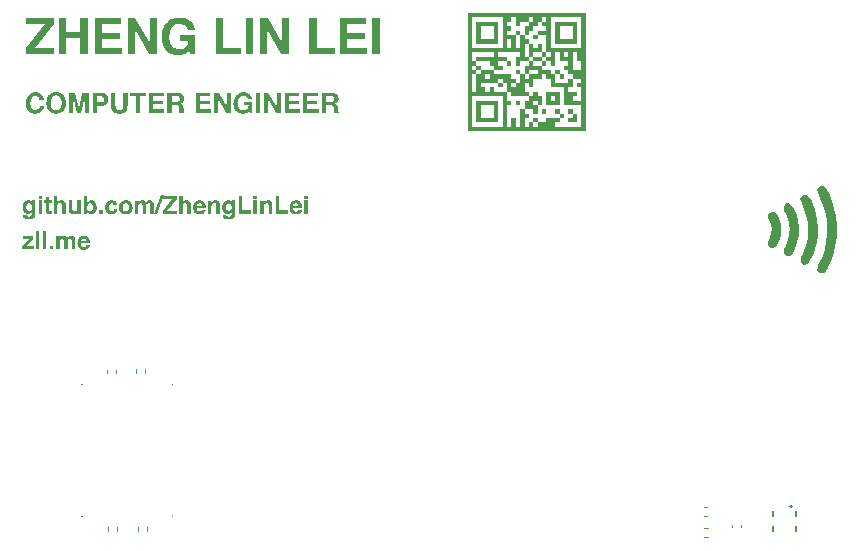
<source format=gbr>
%TF.GenerationSoftware,KiCad,Pcbnew,8.0.1*%
%TF.CreationDate,2024-06-02T23:47:43+02:00*%
%TF.ProjectId,Shawn_PCB_Business_card,53686177-6e5f-4504-9342-5f427573696e,rev?*%
%TF.SameCoordinates,Original*%
%TF.FileFunction,Legend,Top*%
%TF.FilePolarity,Positive*%
%FSLAX46Y46*%
G04 Gerber Fmt 4.6, Leading zero omitted, Abs format (unit mm)*
G04 Created by KiCad (PCBNEW 8.0.1) date 2024-06-02 23:47:43*
%MOMM*%
%LPD*%
G01*
G04 APERTURE LIST*
%ADD10C,0.300000*%
%ADD11C,0.000000*%
%ADD12C,0.100000*%
%ADD13C,0.120000*%
%ADD14C,0.127000*%
%ADD15C,0.200000*%
G04 APERTURE END LIST*
D10*
G36*
X113253471Y-70995000D02*
G01*
X112284071Y-70995000D01*
X112284071Y-70764556D01*
X112859996Y-70104002D01*
X112323272Y-70104002D01*
X112323272Y-69869528D01*
X113234054Y-69869528D01*
X113234054Y-70116092D01*
X112664357Y-70760526D01*
X113253471Y-70760526D01*
X113253471Y-70995000D01*
G37*
G36*
X113442515Y-69470924D02*
G01*
X113736339Y-69470924D01*
X113736339Y-70995000D01*
X113442515Y-70995000D01*
X113442515Y-69470924D01*
G37*
G36*
X114025767Y-69470924D02*
G01*
X114319591Y-69470924D01*
X114319591Y-70995000D01*
X114025767Y-70995000D01*
X114025767Y-69470924D01*
G37*
G36*
X114597662Y-70690184D02*
G01*
X114909804Y-70690184D01*
X114909804Y-70995000D01*
X114597662Y-70995000D01*
X114597662Y-70690184D01*
G37*
G36*
X115816922Y-70180938D02*
G01*
X115766352Y-70122560D01*
X115691118Y-70100320D01*
X115671475Y-70099605D01*
X115594823Y-70109216D01*
X115529349Y-70145355D01*
X115502581Y-70180938D01*
X115482698Y-70252077D01*
X115478768Y-70319057D01*
X115478768Y-70995000D01*
X115180914Y-70995000D01*
X115180914Y-69873192D01*
X115466311Y-69873192D01*
X115466311Y-70036957D01*
X115509637Y-69974097D01*
X115560138Y-69919475D01*
X115569260Y-69912027D01*
X115634130Y-69874482D01*
X115710861Y-69852521D01*
X115790910Y-69846081D01*
X115866680Y-69851627D01*
X115938870Y-69870537D01*
X115999371Y-69902868D01*
X116052373Y-69958847D01*
X116089639Y-70022861D01*
X116096092Y-70038056D01*
X116138969Y-69976240D01*
X116193349Y-69922926D01*
X116239340Y-69892609D01*
X116310146Y-69864256D01*
X116386825Y-69848989D01*
X116441207Y-69846081D01*
X116514938Y-69853317D01*
X116587386Y-69875024D01*
X116652151Y-69911657D01*
X116707369Y-69962988D01*
X116718545Y-69976140D01*
X116758112Y-70041536D01*
X116781231Y-70115156D01*
X116782292Y-70120488D01*
X116790296Y-70195609D01*
X116792510Y-70273009D01*
X116792550Y-70286451D01*
X116790352Y-70995000D01*
X116489567Y-70995000D01*
X116489567Y-70279856D01*
X116480731Y-70205813D01*
X116469050Y-70174710D01*
X116417810Y-70118435D01*
X116343838Y-70096997D01*
X116324703Y-70096308D01*
X116249998Y-70108256D01*
X116184706Y-70153186D01*
X116156908Y-70197424D01*
X116137025Y-70268692D01*
X116133094Y-70326385D01*
X116133094Y-70995000D01*
X115837438Y-70995000D01*
X115837438Y-70326385D01*
X115833511Y-70249318D01*
X115816922Y-70180938D01*
G37*
G36*
X117572667Y-69850138D02*
G01*
X117652651Y-69864163D01*
X117727126Y-69888206D01*
X117748394Y-69897372D01*
X117814862Y-69935225D01*
X117873674Y-69984670D01*
X117924829Y-70045707D01*
X117934141Y-70059305D01*
X117970813Y-70123254D01*
X117998398Y-70193286D01*
X118016895Y-70269399D01*
X118019504Y-70285352D01*
X118026917Y-70364082D01*
X118029200Y-70443749D01*
X118029030Y-70502606D01*
X117260031Y-70502606D01*
X117267244Y-70577970D01*
X117286478Y-70651220D01*
X117322130Y-70717204D01*
X117366277Y-70761259D01*
X117433230Y-70795881D01*
X117507145Y-70807376D01*
X117512456Y-70807421D01*
X117585435Y-70797533D01*
X117652869Y-70762019D01*
X117660101Y-70755764D01*
X117705514Y-70696248D01*
X117714689Y-70678461D01*
X118014375Y-70678461D01*
X117994420Y-70753731D01*
X117956032Y-70823182D01*
X117910327Y-70880327D01*
X117852153Y-70935235D01*
X117785890Y-70978782D01*
X117711538Y-71010969D01*
X117629097Y-71031796D01*
X117554218Y-71040474D01*
X117506594Y-71041894D01*
X117427987Y-71037025D01*
X117352910Y-71022420D01*
X117281362Y-70998076D01*
X117213342Y-70963996D01*
X117148852Y-70920178D01*
X117128140Y-70903408D01*
X117072485Y-70845221D01*
X117028346Y-70774797D01*
X117000358Y-70706764D01*
X116980368Y-70630234D01*
X116968373Y-70545206D01*
X116964535Y-70471066D01*
X116964375Y-70451681D01*
X116967980Y-70363435D01*
X116974398Y-70315027D01*
X117267358Y-70315027D01*
X117723848Y-70315027D01*
X117712187Y-70242475D01*
X117681327Y-70173588D01*
X117653140Y-70140272D01*
X117591861Y-70099449D01*
X117518942Y-70081487D01*
X117495969Y-70080554D01*
X117420715Y-70091015D01*
X117352515Y-70129080D01*
X117337700Y-70143935D01*
X117296647Y-70207698D01*
X117272843Y-70282353D01*
X117267358Y-70315027D01*
X116974398Y-70315027D01*
X116978793Y-70281880D01*
X116996816Y-70207015D01*
X117027960Y-70126008D01*
X117069485Y-70054636D01*
X117112020Y-70002519D01*
X117170615Y-69949354D01*
X117235393Y-69907190D01*
X117306353Y-69876024D01*
X117383496Y-69855858D01*
X117466821Y-69846692D01*
X117495969Y-69846081D01*
X117572667Y-69850138D01*
G37*
G36*
X113896775Y-59333115D02*
G01*
X113820748Y-59394638D01*
X113737159Y-59443432D01*
X113646008Y-59479497D01*
X113564273Y-59499828D01*
X113477287Y-59511319D01*
X113403918Y-59514148D01*
X113313596Y-59510417D01*
X113228231Y-59499226D01*
X113128495Y-59474745D01*
X113036503Y-59438607D01*
X112952256Y-59390810D01*
X112875754Y-59331357D01*
X112820129Y-59275400D01*
X112758885Y-59195944D01*
X112708021Y-59107831D01*
X112674804Y-59031108D01*
X112648230Y-58948844D01*
X112628300Y-58861039D01*
X112615013Y-58767694D01*
X112608370Y-58668808D01*
X112607540Y-58617288D01*
X112611315Y-58507484D01*
X112622643Y-58404154D01*
X112641522Y-58307299D01*
X112667953Y-58216919D01*
X112701936Y-58133014D01*
X112743470Y-58055583D01*
X112792556Y-57984627D01*
X112849193Y-57920146D01*
X112917647Y-57858782D01*
X112991696Y-57807819D01*
X113071340Y-57767257D01*
X113156581Y-57737095D01*
X113247417Y-57717334D01*
X113343848Y-57707974D01*
X113383988Y-57707141D01*
X113488920Y-57711767D01*
X113586560Y-57725644D01*
X113676907Y-57748773D01*
X113759963Y-57781153D01*
X113835726Y-57822785D01*
X113904197Y-57873668D01*
X113965376Y-57933802D01*
X114019263Y-58003188D01*
X114068284Y-58083558D01*
X114104486Y-58163979D01*
X114127867Y-58244453D01*
X114138429Y-58324978D01*
X113778855Y-58324978D01*
X113749641Y-58240703D01*
X113708621Y-58163931D01*
X113688754Y-58138132D01*
X113618265Y-58079013D01*
X113539016Y-58044527D01*
X113455999Y-58028762D01*
X113398105Y-58026025D01*
X113305097Y-58035808D01*
X113222470Y-58065159D01*
X113150223Y-58114076D01*
X113088356Y-58182560D01*
X113044350Y-58257062D01*
X113011152Y-58343961D01*
X112991300Y-58428314D01*
X112979389Y-58521776D01*
X112975528Y-58606619D01*
X112975418Y-58624347D01*
X112978338Y-58710240D01*
X112989548Y-58804052D01*
X113009167Y-58887763D01*
X113042683Y-58972658D01*
X113087642Y-59043805D01*
X113095000Y-59052846D01*
X113158864Y-59115154D01*
X113230878Y-59159660D01*
X113311040Y-59186363D01*
X113399351Y-59195264D01*
X113488206Y-59187531D01*
X113574768Y-59160343D01*
X113647142Y-59113581D01*
X113687508Y-59071531D01*
X113732173Y-59000606D01*
X113764637Y-58919445D01*
X113778855Y-58871813D01*
X114135108Y-58871813D01*
X114116918Y-58957303D01*
X114091673Y-59037826D01*
X114052065Y-59127896D01*
X114002298Y-59210814D01*
X113942371Y-59286579D01*
X113896775Y-59333115D01*
G37*
G36*
X115250246Y-57683727D02*
G01*
X115334372Y-57693206D01*
X115431884Y-57713940D01*
X115520902Y-57744548D01*
X115601424Y-57785029D01*
X115673452Y-57835384D01*
X115724958Y-57882776D01*
X115785974Y-57946168D01*
X115838856Y-58016968D01*
X115883601Y-58095177D01*
X115920211Y-58180796D01*
X115948686Y-58273823D01*
X115969025Y-58374259D01*
X115981228Y-58482104D01*
X115985042Y-58567850D01*
X115985296Y-58597358D01*
X115983008Y-58682941D01*
X115972838Y-58791068D01*
X115954533Y-58892357D01*
X115928093Y-58986808D01*
X115893517Y-59074422D01*
X115850805Y-59155197D01*
X115799957Y-59229134D01*
X115740975Y-59296233D01*
X115724958Y-59311939D01*
X115659726Y-59370193D01*
X115585999Y-59418573D01*
X115503778Y-59457079D01*
X115413061Y-59485712D01*
X115313850Y-59504472D01*
X115228365Y-59512371D01*
X115160683Y-59514148D01*
X115071218Y-59510988D01*
X114987176Y-59501510D01*
X114889751Y-59480775D01*
X114800801Y-59450168D01*
X114720325Y-59409686D01*
X114648324Y-59359332D01*
X114596824Y-59311939D01*
X114535516Y-59246550D01*
X114482381Y-59174322D01*
X114437422Y-59095256D01*
X114400636Y-59009353D01*
X114372026Y-58916611D01*
X114351589Y-58817031D01*
X114339328Y-58710614D01*
X114335496Y-58626313D01*
X114335240Y-58597358D01*
X114692739Y-58597358D01*
X114695840Y-58687685D01*
X114705146Y-58771301D01*
X114724502Y-58862783D01*
X114752792Y-58944601D01*
X114797087Y-59027841D01*
X114819794Y-59059490D01*
X114879695Y-59122748D01*
X114947861Y-59170470D01*
X115035886Y-59205984D01*
X115121764Y-59220411D01*
X115161099Y-59221838D01*
X115250297Y-59214069D01*
X115331151Y-59190763D01*
X115413337Y-59145103D01*
X115476309Y-59088503D01*
X115500743Y-59059490D01*
X115549441Y-58981886D01*
X115581662Y-58904900D01*
X115605095Y-58818250D01*
X115619741Y-58721937D01*
X115625234Y-58634294D01*
X115625722Y-58597358D01*
X115622650Y-58507379D01*
X115613436Y-58424031D01*
X115594269Y-58332763D01*
X115566257Y-58251043D01*
X115522396Y-58167768D01*
X115499912Y-58136056D01*
X115440840Y-58072474D01*
X115363014Y-58018931D01*
X115274184Y-57985785D01*
X115187432Y-57973515D01*
X115161099Y-57972878D01*
X115071679Y-57980646D01*
X114990524Y-58003952D01*
X114907897Y-58049613D01*
X114844453Y-58106212D01*
X114819794Y-58135226D01*
X114770287Y-58212830D01*
X114737530Y-58289816D01*
X114713708Y-58376466D01*
X114698818Y-58472779D01*
X114693235Y-58560422D01*
X114692739Y-58597358D01*
X114335240Y-58597358D01*
X114337539Y-58510223D01*
X114344437Y-58427255D01*
X114360786Y-58323115D01*
X114385309Y-58226383D01*
X114418007Y-58137060D01*
X114458880Y-58055147D01*
X114507927Y-57980642D01*
X114565148Y-57913546D01*
X114596824Y-57882776D01*
X114662046Y-57824523D01*
X114735742Y-57776143D01*
X114817913Y-57737636D01*
X114908558Y-57709003D01*
X115007678Y-57690244D01*
X115093076Y-57682345D01*
X115160683Y-57680568D01*
X115250246Y-57683727D01*
G37*
G36*
X116579050Y-59461001D02*
G01*
X116243974Y-59461001D01*
X116243974Y-57733715D01*
X116767142Y-57733715D01*
X117079797Y-59091876D01*
X117390376Y-57733715D01*
X117908147Y-57733715D01*
X117908147Y-59461001D01*
X117572655Y-59461001D01*
X117572655Y-58292592D01*
X117573191Y-58209305D01*
X117573900Y-58151834D01*
X117574872Y-58066938D01*
X117575146Y-58011492D01*
X117249204Y-59461001D01*
X116900010Y-59461001D01*
X116576559Y-58011492D01*
X116577148Y-58099057D01*
X116577805Y-58151834D01*
X116578777Y-58236641D01*
X116579050Y-58292592D01*
X116579050Y-59461001D01*
G37*
G36*
X119082412Y-57738459D02*
G01*
X119168493Y-57752692D01*
X119259585Y-57781288D01*
X119340623Y-57822799D01*
X119402083Y-57868659D01*
X119462267Y-57934609D01*
X119507670Y-58014744D01*
X119534821Y-58094723D01*
X119551112Y-58185124D01*
X119556391Y-58268420D01*
X119556542Y-58285948D01*
X119552771Y-58377946D01*
X119541458Y-58461124D01*
X119517927Y-58549297D01*
X119476748Y-58636114D01*
X119420787Y-58705646D01*
X119402083Y-58722337D01*
X119328370Y-58772005D01*
X119242021Y-58809475D01*
X119157950Y-58831882D01*
X119064596Y-58845326D01*
X118979708Y-58849683D01*
X118961957Y-58849807D01*
X118596570Y-58849807D01*
X118596570Y-59461001D01*
X118239071Y-59461001D01*
X118239071Y-58026025D01*
X118596570Y-58026025D01*
X118596570Y-58557497D01*
X118931646Y-58557497D01*
X119019308Y-58548389D01*
X119101507Y-58514737D01*
X119130118Y-58492724D01*
X119178087Y-58421220D01*
X119197822Y-58336906D01*
X119200289Y-58286779D01*
X119191948Y-58199575D01*
X119160584Y-58121187D01*
X119129703Y-58086231D01*
X119057052Y-58045074D01*
X118970092Y-58027495D01*
X118931646Y-58026025D01*
X118596570Y-58026025D01*
X118239071Y-58026025D01*
X118239071Y-57733715D01*
X118988946Y-57733715D01*
X119082412Y-57738459D01*
G37*
G36*
X120835397Y-58810777D02*
G01*
X120835397Y-57733715D01*
X121201200Y-57733715D01*
X121201200Y-58800397D01*
X121199122Y-58883942D01*
X121191142Y-58976275D01*
X121177177Y-59059967D01*
X121153321Y-59146684D01*
X121116081Y-59231388D01*
X121059350Y-59312847D01*
X120988549Y-59380499D01*
X120903678Y-59434345D01*
X120825650Y-59467481D01*
X120738618Y-59491781D01*
X120642580Y-59507244D01*
X120537538Y-59513872D01*
X120509870Y-59514148D01*
X120402557Y-59509730D01*
X120304210Y-59496475D01*
X120214829Y-59474385D01*
X120134414Y-59443458D01*
X120046504Y-59392373D01*
X119972603Y-59327482D01*
X119912711Y-59248784D01*
X119902414Y-59231388D01*
X119865175Y-59146684D01*
X119841318Y-59059967D01*
X119827353Y-58976275D01*
X119819373Y-58883942D01*
X119817295Y-58800397D01*
X119817295Y-57733715D01*
X120182683Y-57733715D01*
X120182683Y-58810777D01*
X120185304Y-58894988D01*
X120195952Y-58983099D01*
X120219541Y-59063676D01*
X120224619Y-59074437D01*
X120273673Y-59145691D01*
X120347032Y-59193625D01*
X120432644Y-59216656D01*
X120509455Y-59221838D01*
X120597694Y-59214785D01*
X120680633Y-59189450D01*
X120751109Y-59138925D01*
X120793461Y-59074437D01*
X120820613Y-58990862D01*
X120832080Y-58904656D01*
X120835397Y-58810777D01*
G37*
G36*
X122785237Y-57733715D02*
G01*
X122785237Y-58026025D01*
X122270373Y-58026025D01*
X122270373Y-59461001D01*
X121908307Y-59461001D01*
X121908307Y-58026025D01*
X121390952Y-58026025D01*
X121390952Y-57733715D01*
X122785237Y-57733715D01*
G37*
G36*
X124185750Y-58716939D02*
G01*
X123349926Y-58716939D01*
X123349926Y-59142117D01*
X124302840Y-59142117D01*
X124302840Y-59461001D01*
X122998241Y-59461001D01*
X122998241Y-57733715D01*
X124260488Y-57733715D01*
X124260488Y-58026025D01*
X123349926Y-58026025D01*
X123349926Y-58424629D01*
X124185750Y-58424629D01*
X124185750Y-58716939D01*
G37*
G36*
X125511706Y-57737945D02*
G01*
X125595199Y-57748349D01*
X125679316Y-57769183D01*
X125705013Y-57778973D01*
X125779359Y-57818882D01*
X125843837Y-57871811D01*
X125870268Y-57900631D01*
X125920405Y-57970594D01*
X125958709Y-58047616D01*
X125982253Y-58128059D01*
X125991222Y-58212030D01*
X125991510Y-58231140D01*
X125984200Y-58316051D01*
X125962269Y-58400078D01*
X125929644Y-58475700D01*
X125877592Y-58549906D01*
X125806504Y-58607529D01*
X125725359Y-58645522D01*
X125804924Y-58686687D01*
X125868980Y-58744065D01*
X125893935Y-58780467D01*
X125924298Y-58859078D01*
X125938895Y-58944302D01*
X125943712Y-59036327D01*
X125943761Y-59047449D01*
X125943761Y-59162047D01*
X125945509Y-59250037D01*
X125952896Y-59320659D01*
X125989969Y-59395145D01*
X126018499Y-59418234D01*
X126018499Y-59461001D01*
X125622386Y-59461001D01*
X125601042Y-59379028D01*
X125599134Y-59370069D01*
X125587254Y-59284437D01*
X125584187Y-59224329D01*
X125581695Y-59066964D01*
X125574924Y-58976079D01*
X125552347Y-58894957D01*
X125521489Y-58850638D01*
X125445212Y-58811894D01*
X125361096Y-58798558D01*
X125305163Y-58796660D01*
X124933548Y-58796660D01*
X124933548Y-59461001D01*
X124581863Y-59461001D01*
X124581863Y-58026025D01*
X124933548Y-58026025D01*
X124933548Y-58504350D01*
X125341287Y-58504350D01*
X125429791Y-58499553D01*
X125511251Y-58480479D01*
X125523150Y-58475285D01*
X125588682Y-58423338D01*
X125623969Y-58343481D01*
X125630690Y-58274737D01*
X125622479Y-58192091D01*
X125590142Y-58114005D01*
X125526887Y-58057581D01*
X125442631Y-58032065D01*
X125358903Y-58026056D01*
X125351667Y-58026025D01*
X124933548Y-58026025D01*
X124581863Y-58026025D01*
X124581863Y-57733715D01*
X125426406Y-57733715D01*
X125511706Y-57737945D01*
G37*
G36*
X128150202Y-58716939D02*
G01*
X127314378Y-58716939D01*
X127314378Y-59142117D01*
X128267292Y-59142117D01*
X128267292Y-59461001D01*
X126962693Y-59461001D01*
X126962693Y-57733715D01*
X128224940Y-57733715D01*
X128224940Y-58026025D01*
X127314378Y-58026025D01*
X127314378Y-58424629D01*
X128150202Y-58424629D01*
X128150202Y-58716939D01*
G37*
G36*
X129930219Y-59461001D02*
G01*
X129570645Y-59461001D01*
X128867690Y-58234047D01*
X128867690Y-59461001D01*
X128532613Y-59461001D01*
X128532613Y-57733715D01*
X128909626Y-57733715D01*
X129595143Y-58939493D01*
X129595143Y-57733715D01*
X129930219Y-57733715D01*
X129930219Y-59461001D01*
G37*
G36*
X131311217Y-59429860D02*
G01*
X131235934Y-59466736D01*
X131152502Y-59493076D01*
X131060922Y-59508880D01*
X130974105Y-59514065D01*
X130961193Y-59514148D01*
X130877495Y-59510450D01*
X130778328Y-59495427D01*
X130685224Y-59468847D01*
X130598181Y-59430712D01*
X130517201Y-59381020D01*
X130442282Y-59319772D01*
X130400240Y-59277476D01*
X130334690Y-59198989D01*
X130280250Y-59111967D01*
X130244698Y-59036204D01*
X130216256Y-58954978D01*
X130194924Y-58868289D01*
X130180703Y-58776138D01*
X130173592Y-58678524D01*
X130172704Y-58627668D01*
X130176298Y-58525935D01*
X130187080Y-58429378D01*
X130205051Y-58337999D01*
X130230211Y-58251797D01*
X130262558Y-58170772D01*
X130302094Y-58094924D01*
X130348819Y-58024254D01*
X130402732Y-57958760D01*
X130462555Y-57899787D01*
X130543848Y-57837128D01*
X130632378Y-57786755D01*
X130728147Y-57748668D01*
X130809973Y-57727045D01*
X130896431Y-57713285D01*
X130987522Y-57707387D01*
X131011018Y-57707141D01*
X131110491Y-57711156D01*
X131203638Y-57723199D01*
X131290460Y-57743270D01*
X131370956Y-57771370D01*
X131459202Y-57815687D01*
X131538339Y-57871566D01*
X131607092Y-57936047D01*
X131663876Y-58006484D01*
X131708689Y-58082877D01*
X131741533Y-58165225D01*
X131762408Y-58253529D01*
X131766706Y-58284287D01*
X131412944Y-58284287D01*
X131385203Y-58202724D01*
X131336313Y-58126909D01*
X131268702Y-58067976D01*
X131213227Y-58038066D01*
X131131743Y-58011669D01*
X131049390Y-58000394D01*
X131016001Y-57999451D01*
X130928548Y-58007041D01*
X130848208Y-58029810D01*
X130765100Y-58074420D01*
X130700002Y-58129717D01*
X130674281Y-58158063D01*
X130622185Y-58235085D01*
X130587716Y-58313248D01*
X130562648Y-58402623D01*
X130548938Y-58485666D01*
X130541757Y-58576493D01*
X130540582Y-58634727D01*
X130544120Y-58730325D01*
X130554733Y-58816780D01*
X130576810Y-58908456D01*
X130609074Y-58986965D01*
X130659595Y-59061918D01*
X130685491Y-59088555D01*
X130750777Y-59140488D01*
X130830011Y-59184222D01*
X130914176Y-59211295D01*
X131003272Y-59221708D01*
X131014755Y-59221838D01*
X131101171Y-59214961D01*
X131188588Y-59190784D01*
X131265625Y-59149200D01*
X131311217Y-59111807D01*
X131369318Y-59044495D01*
X131413296Y-58966344D01*
X131440532Y-58887778D01*
X131453635Y-58823234D01*
X131055446Y-58823234D01*
X131055446Y-58530924D01*
X131772519Y-58530924D01*
X131772519Y-59461001D01*
X131534187Y-59461001D01*
X131498063Y-59263359D01*
X131441316Y-59324204D01*
X131376419Y-59383674D01*
X131311217Y-59429860D01*
G37*
G36*
X132077700Y-57733715D02*
G01*
X132435198Y-57733715D01*
X132435198Y-59461001D01*
X132077700Y-59461001D01*
X132077700Y-57733715D01*
G37*
G36*
X134158747Y-59461001D02*
G01*
X133799173Y-59461001D01*
X133096217Y-58234047D01*
X133096217Y-59461001D01*
X132761140Y-59461001D01*
X132761140Y-57733715D01*
X133138154Y-57733715D01*
X133823670Y-58939493D01*
X133823670Y-57733715D01*
X134158747Y-57733715D01*
X134158747Y-59461001D01*
G37*
G36*
X135682163Y-58716939D02*
G01*
X134846339Y-58716939D01*
X134846339Y-59142117D01*
X135799253Y-59142117D01*
X135799253Y-59461001D01*
X134494654Y-59461001D01*
X134494654Y-57733715D01*
X135756901Y-57733715D01*
X135756901Y-58026025D01*
X134846339Y-58026025D01*
X134846339Y-58424629D01*
X135682163Y-58424629D01*
X135682163Y-58716939D01*
G37*
G36*
X137268276Y-58716939D02*
G01*
X136432452Y-58716939D01*
X136432452Y-59142117D01*
X137385366Y-59142117D01*
X137385366Y-59461001D01*
X136080767Y-59461001D01*
X136080767Y-57733715D01*
X137343014Y-57733715D01*
X137343014Y-58026025D01*
X136432452Y-58026025D01*
X136432452Y-58424629D01*
X137268276Y-58424629D01*
X137268276Y-58716939D01*
G37*
G36*
X138594232Y-57737945D02*
G01*
X138677725Y-57748349D01*
X138761842Y-57769183D01*
X138787540Y-57778973D01*
X138861885Y-57818882D01*
X138926363Y-57871811D01*
X138952794Y-57900631D01*
X139002931Y-57970594D01*
X139041235Y-58047616D01*
X139064779Y-58128059D01*
X139073748Y-58212030D01*
X139074036Y-58231140D01*
X139066726Y-58316051D01*
X139044795Y-58400078D01*
X139012170Y-58475700D01*
X138960118Y-58549906D01*
X138889030Y-58607529D01*
X138807885Y-58645522D01*
X138887450Y-58686687D01*
X138951507Y-58744065D01*
X138976461Y-58780467D01*
X139006824Y-58859078D01*
X139021421Y-58944302D01*
X139026238Y-59036327D01*
X139026287Y-59047449D01*
X139026287Y-59162047D01*
X139028035Y-59250037D01*
X139035422Y-59320659D01*
X139072496Y-59395145D01*
X139101025Y-59418234D01*
X139101025Y-59461001D01*
X138704912Y-59461001D01*
X138683568Y-59379028D01*
X138681660Y-59370069D01*
X138669781Y-59284437D01*
X138666713Y-59224329D01*
X138664221Y-59066964D01*
X138657450Y-58976079D01*
X138634873Y-58894957D01*
X138604016Y-58850638D01*
X138527738Y-58811894D01*
X138443622Y-58798558D01*
X138387690Y-58796660D01*
X138016074Y-58796660D01*
X138016074Y-59461001D01*
X137664389Y-59461001D01*
X137664389Y-58026025D01*
X138016074Y-58026025D01*
X138016074Y-58504350D01*
X138423813Y-58504350D01*
X138512318Y-58499553D01*
X138593777Y-58480479D01*
X138605676Y-58475285D01*
X138671209Y-58423338D01*
X138706495Y-58343481D01*
X138713217Y-58274737D01*
X138705006Y-58192091D01*
X138672668Y-58114005D01*
X138609413Y-58057581D01*
X138525158Y-58032065D01*
X138441429Y-58026056D01*
X138434193Y-58026025D01*
X138016074Y-58026025D01*
X137664389Y-58026025D01*
X137664389Y-57733715D01*
X138508932Y-57733715D01*
X138594232Y-57737945D01*
G37*
G36*
X112870577Y-66851233D02*
G01*
X112943527Y-66869528D01*
X113012226Y-66909470D01*
X113066265Y-66961334D01*
X113112289Y-67028009D01*
X113116451Y-67035491D01*
X113116451Y-66869528D01*
X113401849Y-66869528D01*
X113401849Y-67942976D01*
X113399273Y-68021333D01*
X113389756Y-68103146D01*
X113373227Y-68174615D01*
X113345749Y-68243629D01*
X113328576Y-68273070D01*
X113273338Y-68337938D01*
X113201871Y-68389385D01*
X113129918Y-68422005D01*
X113046696Y-68445306D01*
X112972003Y-68457235D01*
X112890098Y-68463200D01*
X112846441Y-68463946D01*
X112768564Y-68460816D01*
X112684708Y-68449253D01*
X112608390Y-68429170D01*
X112539610Y-68400567D01*
X112495097Y-68374919D01*
X112434739Y-68325300D01*
X112389584Y-68265468D01*
X112359634Y-68195424D01*
X112344888Y-68115167D01*
X112664357Y-68115167D01*
X112695975Y-68181377D01*
X112704291Y-68189173D01*
X112773093Y-68220618D01*
X112850264Y-68229315D01*
X112864026Y-68229473D01*
X112944970Y-68220837D01*
X113015467Y-68190984D01*
X113069376Y-68133517D01*
X113076517Y-68120296D01*
X113099052Y-68047957D01*
X113108569Y-67970835D01*
X113111288Y-67895690D01*
X113111322Y-67885457D01*
X113111322Y-67811451D01*
X113070455Y-67873914D01*
X113020830Y-67924658D01*
X112954398Y-67964706D01*
X112883186Y-67986688D01*
X112810285Y-67994725D01*
X112792951Y-67995000D01*
X112714946Y-67989693D01*
X112643045Y-67973773D01*
X112566878Y-67941787D01*
X112499020Y-67895354D01*
X112447470Y-67844057D01*
X112403519Y-67783556D01*
X112368661Y-67715532D01*
X112342897Y-67639987D01*
X112326226Y-67556919D01*
X112319280Y-67481951D01*
X112318143Y-67434462D01*
X112318319Y-67430066D01*
X112621859Y-67430066D01*
X112627301Y-67503716D01*
X112645333Y-67575323D01*
X112654832Y-67598960D01*
X112695929Y-67665726D01*
X112759198Y-67714284D01*
X112831986Y-67734921D01*
X112869155Y-67737079D01*
X112942107Y-67726466D01*
X113010907Y-67691015D01*
X113043545Y-67661608D01*
X113084010Y-67599115D01*
X113106221Y-67523896D01*
X113114342Y-67441210D01*
X113114619Y-67420907D01*
X113109258Y-67339589D01*
X113090725Y-67262967D01*
X113055049Y-67195378D01*
X113046842Y-67184968D01*
X112989844Y-67135629D01*
X112919965Y-67109062D01*
X112866224Y-67104002D01*
X112786822Y-67115159D01*
X112716340Y-67153727D01*
X112668874Y-67211993D01*
X112652634Y-67245052D01*
X112631597Y-67317430D01*
X112622611Y-67396569D01*
X112621859Y-67430066D01*
X112318319Y-67430066D01*
X112321184Y-67358551D01*
X112332862Y-67272581D01*
X112353298Y-67192201D01*
X112382493Y-67117411D01*
X112420446Y-67048212D01*
X112442707Y-67015708D01*
X112493089Y-66958061D01*
X112550813Y-66912342D01*
X112615879Y-66878549D01*
X112688286Y-66856683D01*
X112768034Y-66846744D01*
X112796249Y-66846081D01*
X112870577Y-66851233D01*
G37*
G36*
X113971179Y-66869528D02*
G01*
X113971179Y-67995000D01*
X113673325Y-67995000D01*
X113673325Y-66869528D01*
X113971179Y-66869528D01*
G37*
G36*
X113971179Y-66470924D02*
G01*
X113971179Y-66752292D01*
X113673325Y-66752292D01*
X113673325Y-66470924D01*
X113971179Y-66470924D01*
G37*
G36*
X114766922Y-67783974D02*
G01*
X114766922Y-67995000D01*
X114627704Y-68000129D01*
X114554305Y-67999824D01*
X114480394Y-67991752D01*
X114403912Y-67969164D01*
X114343405Y-67927955D01*
X114306311Y-67863750D01*
X114294139Y-67785180D01*
X114293946Y-67772250D01*
X114293946Y-67080554D01*
X114137142Y-67080554D01*
X114137142Y-66869528D01*
X114293946Y-66869528D01*
X114293946Y-66556287D01*
X114584473Y-66556287D01*
X114584473Y-66869528D01*
X114766922Y-66869528D01*
X114766922Y-67080554D01*
X114584473Y-67080554D01*
X114584473Y-67681758D01*
X114593368Y-67755094D01*
X114601692Y-67768953D01*
X114673220Y-67785348D01*
X114709036Y-67786172D01*
X114737247Y-67785806D01*
X114766922Y-67783974D01*
G37*
G36*
X115966399Y-67337376D02*
G01*
X115966399Y-67995000D01*
X115666713Y-67995000D01*
X115666713Y-67306967D01*
X115660822Y-67233627D01*
X115637831Y-67162861D01*
X115635938Y-67159323D01*
X115582298Y-67102785D01*
X115510155Y-67081785D01*
X115483164Y-67080554D01*
X115409691Y-67089819D01*
X115339939Y-67124655D01*
X115306210Y-67158956D01*
X115269597Y-67227134D01*
X115251994Y-67298275D01*
X115246185Y-67373436D01*
X115246127Y-67382438D01*
X115246127Y-67995000D01*
X114953768Y-67995000D01*
X114953768Y-66477152D01*
X115246127Y-66477152D01*
X115246127Y-67014242D01*
X115292334Y-66956472D01*
X115348173Y-66908756D01*
X115393771Y-66883450D01*
X115463626Y-66859255D01*
X115536263Y-66847395D01*
X115570725Y-66846081D01*
X115646082Y-66851130D01*
X115721672Y-66867995D01*
X115759769Y-66881985D01*
X115828321Y-66920694D01*
X115885232Y-66973988D01*
X115899354Y-66991894D01*
X115936815Y-67055458D01*
X115956140Y-67120854D01*
X115963153Y-67194936D01*
X115965908Y-67275674D01*
X115966399Y-67337376D01*
G37*
G36*
X116954117Y-67840027D02*
G01*
X116933600Y-67870069D01*
X116894399Y-67914033D01*
X116834974Y-67959564D01*
X116769120Y-67993567D01*
X116761043Y-67996465D01*
X116686329Y-68013617D01*
X116610101Y-68018447D01*
X116536114Y-68014064D01*
X116457838Y-67997234D01*
X116381004Y-67961646D01*
X116319773Y-67908877D01*
X116274145Y-67838928D01*
X116248642Y-67767945D01*
X116233766Y-67688398D01*
X116226965Y-67605234D01*
X116225785Y-67547302D01*
X116225785Y-66869528D01*
X116526570Y-66869528D01*
X116526570Y-67552065D01*
X116530917Y-67627579D01*
X116549284Y-67697878D01*
X116599093Y-67756732D01*
X116671966Y-67781872D01*
X116706821Y-67783974D01*
X116783837Y-67774265D01*
X116851872Y-67740706D01*
X116901445Y-67683175D01*
X116912718Y-67661242D01*
X116933492Y-67589656D01*
X116941208Y-67512378D01*
X116941660Y-67485753D01*
X116941660Y-66869528D01*
X117239515Y-66869528D01*
X117239515Y-67995000D01*
X116954117Y-67995000D01*
X116954117Y-67840027D01*
G37*
G36*
X117798586Y-67016441D02*
G01*
X117845707Y-66959144D01*
X117904735Y-66908209D01*
X117921318Y-66897372D01*
X117992811Y-66864163D01*
X118071576Y-66848536D01*
X118123185Y-66846081D01*
X118202904Y-66851671D01*
X118275822Y-66868441D01*
X118352297Y-66902136D01*
X118419517Y-66951047D01*
X118469766Y-67005083D01*
X118512347Y-67067955D01*
X118546118Y-67137318D01*
X118571080Y-67213172D01*
X118587231Y-67295519D01*
X118593961Y-67369099D01*
X118595062Y-67415411D01*
X118592039Y-67494639D01*
X118582969Y-67569520D01*
X118564105Y-67653640D01*
X118536533Y-67731499D01*
X118500254Y-67803099D01*
X118471231Y-67847355D01*
X118421480Y-67905499D01*
X118354712Y-67958130D01*
X118278546Y-67994387D01*
X118205783Y-68012432D01*
X118126116Y-68018447D01*
X118052301Y-68014187D01*
X117980345Y-67999461D01*
X117907976Y-67967905D01*
X117902634Y-67964591D01*
X117846641Y-67917180D01*
X117797113Y-67857795D01*
X117793457Y-67852850D01*
X117793457Y-67995000D01*
X117505861Y-67995000D01*
X117505861Y-67449849D01*
X117789061Y-67449849D01*
X117794103Y-67527133D01*
X117811534Y-67603826D01*
X117841416Y-67670859D01*
X117852808Y-67689085D01*
X117904765Y-67743109D01*
X117972481Y-67774707D01*
X118047714Y-67783974D01*
X118125733Y-67771094D01*
X118189428Y-67732454D01*
X118223935Y-67692383D01*
X118259812Y-67622365D01*
X118279504Y-67546917D01*
X118286704Y-67469408D01*
X118286950Y-67450949D01*
X118283314Y-67373686D01*
X118271052Y-67300459D01*
X118256175Y-67253112D01*
X118220524Y-67188197D01*
X118165690Y-67137337D01*
X118095266Y-67109951D01*
X118039654Y-67104734D01*
X117966015Y-67113825D01*
X117898060Y-67145783D01*
X117845870Y-67200752D01*
X117819836Y-67250181D01*
X117798798Y-67326446D01*
X117790143Y-67405547D01*
X117789061Y-67449849D01*
X117505861Y-67449849D01*
X117505861Y-66476420D01*
X117798586Y-66476420D01*
X117798586Y-67016441D01*
G37*
G36*
X118793265Y-67690184D02*
G01*
X119105408Y-67690184D01*
X119105408Y-67995000D01*
X118793265Y-67995000D01*
X118793265Y-67690184D01*
G37*
G36*
X120353244Y-67285352D02*
G01*
X120052459Y-67285352D01*
X120032223Y-67211592D01*
X120010327Y-67172145D01*
X119951965Y-67123234D01*
X119875850Y-67104601D01*
X119856821Y-67104002D01*
X119780777Y-67115420D01*
X119713687Y-67154890D01*
X119668968Y-67214518D01*
X119653855Y-67248349D01*
X119634070Y-67325025D01*
X119626297Y-67398848D01*
X119624912Y-67452048D01*
X119628332Y-67529582D01*
X119641193Y-67606814D01*
X119653855Y-67646587D01*
X119690685Y-67713000D01*
X119748874Y-67761300D01*
X119825238Y-67782766D01*
X119851692Y-67783974D01*
X119925482Y-67774783D01*
X119989240Y-67738238D01*
X119997871Y-67728286D01*
X120034188Y-67659813D01*
X120050261Y-67583939D01*
X120350314Y-67583939D01*
X120338486Y-67658408D01*
X120314546Y-67730964D01*
X120278491Y-67801607D01*
X120253227Y-67840027D01*
X120206923Y-67898182D01*
X120142764Y-67954957D01*
X120069228Y-67997539D01*
X119986315Y-68025926D01*
X119910058Y-68038740D01*
X119844364Y-68041894D01*
X119763140Y-68037950D01*
X119688910Y-68026116D01*
X119609067Y-68001502D01*
X119539296Y-67965529D01*
X119479597Y-67918195D01*
X119445394Y-67880327D01*
X119402065Y-67816340D01*
X119367702Y-67745551D01*
X119342302Y-67667962D01*
X119325867Y-67583572D01*
X119319020Y-67508053D01*
X119317899Y-67460474D01*
X119321343Y-67372622D01*
X119331673Y-67291102D01*
X119348891Y-67215915D01*
X119378644Y-67134050D01*
X119418315Y-67061304D01*
X119458949Y-67007648D01*
X119515729Y-66952740D01*
X119580004Y-66909193D01*
X119651776Y-66877006D01*
X119731043Y-66856179D01*
X119817807Y-66846712D01*
X119848394Y-66846081D01*
X119924962Y-66849546D01*
X120007453Y-66862346D01*
X120082581Y-66884578D01*
X120150347Y-66916242D01*
X120194242Y-66944633D01*
X120254601Y-67002748D01*
X120296145Y-67068399D01*
X120327170Y-67147865D01*
X120345391Y-67226974D01*
X120353244Y-67285352D01*
G37*
G36*
X121141683Y-66850428D02*
G01*
X121221342Y-66863469D01*
X121293810Y-66885204D01*
X121371278Y-66922762D01*
X121438392Y-66972840D01*
X121486409Y-67024134D01*
X121534718Y-67093046D01*
X121573031Y-67166518D01*
X121601350Y-67244550D01*
X121619674Y-67327140D01*
X121628003Y-67414291D01*
X121628558Y-67444354D01*
X121625088Y-67519775D01*
X121611762Y-67605676D01*
X121588440Y-67686554D01*
X121555124Y-67762409D01*
X121511813Y-67833240D01*
X121486409Y-67866772D01*
X121427925Y-67926286D01*
X121359086Y-67973487D01*
X121279891Y-68008375D01*
X121205985Y-68028042D01*
X121124888Y-68039158D01*
X121054832Y-68041894D01*
X120967876Y-68037619D01*
X120888129Y-68024792D01*
X120815591Y-68003415D01*
X120738063Y-67966475D01*
X120670915Y-67917222D01*
X120622889Y-67866772D01*
X120574580Y-67798452D01*
X120536266Y-67725109D01*
X120507947Y-67646743D01*
X120489624Y-67563354D01*
X120481989Y-67490025D01*
X120480739Y-67444354D01*
X120480773Y-67443621D01*
X120785554Y-67443621D01*
X120789905Y-67520489D01*
X120805200Y-67595853D01*
X120835110Y-67665792D01*
X120855163Y-67695314D01*
X120909990Y-67745791D01*
X120978756Y-67775315D01*
X121053367Y-67783974D01*
X121128099Y-67775315D01*
X121196751Y-67745791D01*
X121251203Y-67695314D01*
X121290626Y-67625572D01*
X121312264Y-67546918D01*
X121319838Y-67473536D01*
X121320446Y-67443621D01*
X121316118Y-67366639D01*
X121300904Y-67291310D01*
X121271151Y-67221615D01*
X121251203Y-67192295D01*
X121196751Y-67142027D01*
X121128099Y-67112624D01*
X121053367Y-67104002D01*
X120978756Y-67112624D01*
X120909990Y-67142027D01*
X120855163Y-67192295D01*
X120815532Y-67261663D01*
X120793780Y-67340203D01*
X120786166Y-67413647D01*
X120785554Y-67443621D01*
X120480773Y-67443621D01*
X120484210Y-67370146D01*
X120497536Y-67285275D01*
X120520858Y-67204964D01*
X120554174Y-67129212D01*
X120597485Y-67058020D01*
X120622889Y-67024134D01*
X120681385Y-66963624D01*
X120750263Y-66915633D01*
X120829522Y-66880162D01*
X120903502Y-66860165D01*
X120984690Y-66848863D01*
X121054832Y-66846081D01*
X121141683Y-66850428D01*
G37*
G36*
X122462770Y-67180938D02*
G01*
X122412200Y-67122560D01*
X122336966Y-67100320D01*
X122317323Y-67099605D01*
X122240671Y-67109216D01*
X122175197Y-67145355D01*
X122148429Y-67180938D01*
X122128546Y-67252077D01*
X122124616Y-67319057D01*
X122124616Y-67995000D01*
X121826762Y-67995000D01*
X121826762Y-66873192D01*
X122112159Y-66873192D01*
X122112159Y-67036957D01*
X122155484Y-66974097D01*
X122205985Y-66919475D01*
X122215108Y-66912027D01*
X122279977Y-66874482D01*
X122356709Y-66852521D01*
X122436758Y-66846081D01*
X122512528Y-66851627D01*
X122584718Y-66870537D01*
X122645219Y-66902868D01*
X122698220Y-66958847D01*
X122735487Y-67022861D01*
X122741939Y-67038056D01*
X122784817Y-66976240D01*
X122839197Y-66922926D01*
X122885188Y-66892609D01*
X122955994Y-66864256D01*
X123032672Y-66848989D01*
X123087055Y-66846081D01*
X123160785Y-66853317D01*
X123233234Y-66875024D01*
X123297999Y-66911657D01*
X123353217Y-66962988D01*
X123364392Y-66976140D01*
X123403960Y-67041536D01*
X123427079Y-67115156D01*
X123428140Y-67120488D01*
X123436144Y-67195609D01*
X123438358Y-67273009D01*
X123438398Y-67286451D01*
X123436200Y-67995000D01*
X123135415Y-67995000D01*
X123135415Y-67279856D01*
X123126579Y-67205813D01*
X123114898Y-67174710D01*
X123063657Y-67118435D01*
X122989686Y-67096997D01*
X122970551Y-67096308D01*
X122895846Y-67108256D01*
X122830554Y-67153186D01*
X122802756Y-67197424D01*
X122782872Y-67268692D01*
X122778942Y-67326385D01*
X122778942Y-67995000D01*
X122483286Y-67995000D01*
X122483286Y-67326385D01*
X122479359Y-67249318D01*
X122462770Y-67180938D01*
G37*
G36*
X123446458Y-67995000D02*
G01*
X124034839Y-66424030D01*
X124279204Y-66424030D01*
X123688625Y-67995000D01*
X123446458Y-67995000D01*
G37*
G36*
X125380495Y-67995000D02*
G01*
X124198604Y-67995000D01*
X124198604Y-67723524D01*
X124982990Y-66728845D01*
X124218387Y-66728845D01*
X124218387Y-66470924D01*
X125378663Y-66470924D01*
X125378663Y-66728478D01*
X124584019Y-67737079D01*
X125380495Y-67737079D01*
X125380495Y-67995000D01*
G37*
G36*
X126579239Y-67337376D02*
G01*
X126579239Y-67995000D01*
X126279553Y-67995000D01*
X126279553Y-67306967D01*
X126273662Y-67233627D01*
X126250672Y-67162861D01*
X126248778Y-67159323D01*
X126195138Y-67102785D01*
X126122995Y-67081785D01*
X126096004Y-67080554D01*
X126022532Y-67089819D01*
X125952779Y-67124655D01*
X125919050Y-67158956D01*
X125882437Y-67227134D01*
X125864834Y-67298275D01*
X125859025Y-67373436D01*
X125858967Y-67382438D01*
X125858967Y-67995000D01*
X125566608Y-67995000D01*
X125566608Y-66477152D01*
X125858967Y-66477152D01*
X125858967Y-67014242D01*
X125905174Y-66956472D01*
X125961013Y-66908756D01*
X126006612Y-66883450D01*
X126076467Y-66859255D01*
X126149103Y-66847395D01*
X126183565Y-66846081D01*
X126258922Y-66851130D01*
X126334512Y-66867995D01*
X126372609Y-66881985D01*
X126441161Y-66920694D01*
X126498072Y-66973988D01*
X126512194Y-66991894D01*
X126549655Y-67055458D01*
X126568981Y-67120854D01*
X126575993Y-67194936D01*
X126578748Y-67275674D01*
X126579239Y-67337376D01*
G37*
G36*
X127366316Y-66850138D02*
G01*
X127446301Y-66864163D01*
X127520776Y-66888206D01*
X127542044Y-66897372D01*
X127608512Y-66935225D01*
X127667324Y-66984670D01*
X127718479Y-67045707D01*
X127727791Y-67059305D01*
X127764463Y-67123254D01*
X127792048Y-67193286D01*
X127810545Y-67269399D01*
X127813154Y-67285352D01*
X127820567Y-67364082D01*
X127822849Y-67443749D01*
X127822679Y-67502606D01*
X127053681Y-67502606D01*
X127060893Y-67577970D01*
X127080128Y-67651220D01*
X127115779Y-67717204D01*
X127159926Y-67761259D01*
X127226879Y-67795881D01*
X127300794Y-67807376D01*
X127306106Y-67807421D01*
X127379085Y-67797533D01*
X127446519Y-67762019D01*
X127453750Y-67755764D01*
X127499164Y-67696248D01*
X127508339Y-67678461D01*
X127808025Y-67678461D01*
X127788069Y-67753731D01*
X127749682Y-67823182D01*
X127703977Y-67880327D01*
X127645803Y-67935235D01*
X127579539Y-67978782D01*
X127505187Y-68010969D01*
X127422747Y-68031796D01*
X127347868Y-68040474D01*
X127300244Y-68041894D01*
X127221637Y-68037025D01*
X127146560Y-68022420D01*
X127075011Y-67998076D01*
X127006992Y-67963996D01*
X126942502Y-67920178D01*
X126921789Y-67903408D01*
X126866135Y-67845221D01*
X126821995Y-67774797D01*
X126794008Y-67706764D01*
X126774017Y-67630234D01*
X126762023Y-67545206D01*
X126758185Y-67471066D01*
X126758025Y-67451681D01*
X126761629Y-67363435D01*
X126768048Y-67315027D01*
X127061008Y-67315027D01*
X127517498Y-67315027D01*
X127505837Y-67242475D01*
X127474977Y-67173588D01*
X127446789Y-67140272D01*
X127385511Y-67099449D01*
X127312591Y-67081487D01*
X127289619Y-67080554D01*
X127214364Y-67091015D01*
X127146165Y-67129080D01*
X127131350Y-67143935D01*
X127090297Y-67207698D01*
X127066493Y-67282353D01*
X127061008Y-67315027D01*
X126768048Y-67315027D01*
X126772443Y-67281880D01*
X126790466Y-67207015D01*
X126821610Y-67126008D01*
X126863135Y-67054636D01*
X126905669Y-67002519D01*
X126964265Y-66949354D01*
X127029043Y-66907190D01*
X127100003Y-66876024D01*
X127177145Y-66855858D01*
X127260470Y-66846692D01*
X127289619Y-66846081D01*
X127366316Y-66850138D01*
G37*
G36*
X128543318Y-67089347D02*
G01*
X128466656Y-67099374D01*
X128398879Y-67134036D01*
X128349419Y-67193455D01*
X128338154Y-67216109D01*
X128317379Y-67287094D01*
X128309663Y-67361767D01*
X128309211Y-67387201D01*
X128309211Y-67995000D01*
X128016852Y-67995000D01*
X128016852Y-66874658D01*
X128300052Y-66874658D01*
X128300052Y-67038422D01*
X128345163Y-66976153D01*
X128397862Y-66921428D01*
X128407397Y-66913859D01*
X128475368Y-66875270D01*
X128547152Y-66854090D01*
X128628453Y-66846147D01*
X128637107Y-66846081D01*
X128720157Y-66851783D01*
X128795285Y-66868887D01*
X128870333Y-66901760D01*
X128921772Y-66937306D01*
X128975433Y-66997919D01*
X129008389Y-67067757D01*
X129025842Y-67141188D01*
X129032672Y-67226118D01*
X129032780Y-67239190D01*
X129032780Y-67995000D01*
X128731995Y-67995000D01*
X128731995Y-67311730D01*
X128726763Y-67237708D01*
X128708182Y-67175809D01*
X128660117Y-67119828D01*
X128586174Y-67092387D01*
X128543318Y-67089347D01*
G37*
G36*
X129780486Y-66851233D02*
G01*
X129853436Y-66869528D01*
X129922135Y-66909470D01*
X129976174Y-66961334D01*
X130022199Y-67028009D01*
X130026360Y-67035491D01*
X130026360Y-66869528D01*
X130311758Y-66869528D01*
X130311758Y-67942976D01*
X130309182Y-68021333D01*
X130299665Y-68103146D01*
X130283136Y-68174615D01*
X130255659Y-68243629D01*
X130238485Y-68273070D01*
X130183247Y-68337938D01*
X130111780Y-68389385D01*
X130039828Y-68422005D01*
X129956605Y-68445306D01*
X129881913Y-68457235D01*
X129800007Y-68463200D01*
X129756350Y-68463946D01*
X129678473Y-68460816D01*
X129594617Y-68449253D01*
X129518299Y-68429170D01*
X129449519Y-68400567D01*
X129405006Y-68374919D01*
X129344648Y-68325300D01*
X129299494Y-68265468D01*
X129269543Y-68195424D01*
X129254797Y-68115167D01*
X129574267Y-68115167D01*
X129605884Y-68181377D01*
X129614200Y-68189173D01*
X129683003Y-68220618D01*
X129760174Y-68229315D01*
X129773935Y-68229473D01*
X129854880Y-68220837D01*
X129925376Y-68190984D01*
X129979285Y-68133517D01*
X129986427Y-68120296D01*
X130008961Y-68047957D01*
X130018478Y-67970835D01*
X130021197Y-67895690D01*
X130021231Y-67885457D01*
X130021231Y-67811451D01*
X129980364Y-67873914D01*
X129930739Y-67924658D01*
X129864307Y-67964706D01*
X129793095Y-67986688D01*
X129720194Y-67994725D01*
X129702861Y-67995000D01*
X129624855Y-67989693D01*
X129552955Y-67973773D01*
X129476787Y-67941787D01*
X129408929Y-67895354D01*
X129357379Y-67844057D01*
X129313428Y-67783556D01*
X129278571Y-67715532D01*
X129252806Y-67639987D01*
X129236135Y-67556919D01*
X129229189Y-67481951D01*
X129228053Y-67434462D01*
X129228229Y-67430066D01*
X129531769Y-67430066D01*
X129537210Y-67503716D01*
X129555242Y-67575323D01*
X129564741Y-67598960D01*
X129605838Y-67665726D01*
X129669108Y-67714284D01*
X129741896Y-67734921D01*
X129779064Y-67737079D01*
X129852017Y-67726466D01*
X129920816Y-67691015D01*
X129953454Y-67661608D01*
X129993919Y-67599115D01*
X130016130Y-67523896D01*
X130024251Y-67441210D01*
X130024528Y-67420907D01*
X130019167Y-67339589D01*
X130000634Y-67262967D01*
X129964958Y-67195378D01*
X129956751Y-67184968D01*
X129899753Y-67135629D01*
X129829875Y-67109062D01*
X129776133Y-67104002D01*
X129696732Y-67115159D01*
X129626249Y-67153727D01*
X129578783Y-67211993D01*
X129562543Y-67245052D01*
X129541506Y-67317430D01*
X129532520Y-67396569D01*
X129531769Y-67430066D01*
X129228229Y-67430066D01*
X129231094Y-67358551D01*
X129242772Y-67272581D01*
X129263208Y-67192201D01*
X129292402Y-67117411D01*
X129330355Y-67048212D01*
X129352616Y-67015708D01*
X129402999Y-66958061D01*
X129460722Y-66912342D01*
X129525788Y-66878549D01*
X129598195Y-66856683D01*
X129677944Y-66846744D01*
X129706158Y-66846081D01*
X129780486Y-66851233D01*
G37*
G36*
X130603018Y-66470924D02*
G01*
X130920289Y-66470924D01*
X130920289Y-67713632D01*
X131672435Y-67713632D01*
X131672435Y-67995000D01*
X130603018Y-67995000D01*
X130603018Y-66470924D01*
G37*
G36*
X132163363Y-66869528D02*
G01*
X132163363Y-67995000D01*
X131865509Y-67995000D01*
X131865509Y-66869528D01*
X132163363Y-66869528D01*
G37*
G36*
X132163363Y-66470924D02*
G01*
X132163363Y-66752292D01*
X131865509Y-66752292D01*
X131865509Y-66470924D01*
X132163363Y-66470924D01*
G37*
G36*
X132973394Y-67089347D02*
G01*
X132896733Y-67099374D01*
X132828955Y-67134036D01*
X132779496Y-67193455D01*
X132768230Y-67216109D01*
X132747456Y-67287094D01*
X132739740Y-67361767D01*
X132739288Y-67387201D01*
X132739288Y-67995000D01*
X132446929Y-67995000D01*
X132446929Y-66874658D01*
X132730129Y-66874658D01*
X132730129Y-67038422D01*
X132775240Y-66976153D01*
X132827939Y-66921428D01*
X132837473Y-66913859D01*
X132905444Y-66875270D01*
X132977229Y-66854090D01*
X133058530Y-66846147D01*
X133067184Y-66846081D01*
X133150234Y-66851783D01*
X133225362Y-66868887D01*
X133300410Y-66901760D01*
X133351849Y-66937306D01*
X133405510Y-66997919D01*
X133438466Y-67067757D01*
X133455919Y-67141188D01*
X133462749Y-67226118D01*
X133462857Y-67239190D01*
X133462857Y-67995000D01*
X133162072Y-67995000D01*
X133162072Y-67311730D01*
X133156840Y-67237708D01*
X133138258Y-67175809D01*
X133090194Y-67119828D01*
X133016251Y-67092387D01*
X132973394Y-67089347D01*
G37*
G36*
X133750819Y-66470924D02*
G01*
X134068091Y-66470924D01*
X134068091Y-67713632D01*
X134820237Y-67713632D01*
X134820237Y-67995000D01*
X133750819Y-67995000D01*
X133750819Y-66470924D01*
G37*
G36*
X135528912Y-66850138D02*
G01*
X135608897Y-66864163D01*
X135683372Y-66888206D01*
X135704640Y-66897372D01*
X135771108Y-66935225D01*
X135829920Y-66984670D01*
X135881075Y-67045707D01*
X135890387Y-67059305D01*
X135927059Y-67123254D01*
X135954644Y-67193286D01*
X135973141Y-67269399D01*
X135975750Y-67285352D01*
X135983163Y-67364082D01*
X135985445Y-67443749D01*
X135985275Y-67502606D01*
X135216277Y-67502606D01*
X135223489Y-67577970D01*
X135242723Y-67651220D01*
X135278375Y-67717204D01*
X135322522Y-67761259D01*
X135389475Y-67795881D01*
X135463390Y-67807376D01*
X135468702Y-67807421D01*
X135541681Y-67797533D01*
X135609115Y-67762019D01*
X135616346Y-67755764D01*
X135661760Y-67696248D01*
X135670935Y-67678461D01*
X135970621Y-67678461D01*
X135950665Y-67753731D01*
X135912278Y-67823182D01*
X135866573Y-67880327D01*
X135808398Y-67935235D01*
X135742135Y-67978782D01*
X135667783Y-68010969D01*
X135585343Y-68031796D01*
X135510463Y-68040474D01*
X135462840Y-68041894D01*
X135384233Y-68037025D01*
X135309156Y-68022420D01*
X135237607Y-67998076D01*
X135169588Y-67963996D01*
X135105098Y-67920178D01*
X135084385Y-67903408D01*
X135028731Y-67845221D01*
X134984591Y-67774797D01*
X134956604Y-67706764D01*
X134936613Y-67630234D01*
X134924619Y-67545206D01*
X134920781Y-67471066D01*
X134920621Y-67451681D01*
X134924225Y-67363435D01*
X134930644Y-67315027D01*
X135223604Y-67315027D01*
X135680094Y-67315027D01*
X135668433Y-67242475D01*
X135637573Y-67173588D01*
X135609385Y-67140272D01*
X135548107Y-67099449D01*
X135475187Y-67081487D01*
X135452215Y-67080554D01*
X135376960Y-67091015D01*
X135308761Y-67129080D01*
X135293946Y-67143935D01*
X135252893Y-67207698D01*
X135229089Y-67282353D01*
X135223604Y-67315027D01*
X134930644Y-67315027D01*
X134935039Y-67281880D01*
X134953062Y-67207015D01*
X134984206Y-67126008D01*
X135025731Y-67054636D01*
X135068265Y-67002519D01*
X135126861Y-66949354D01*
X135191639Y-66907190D01*
X135262599Y-66876024D01*
X135339741Y-66855858D01*
X135423066Y-66846692D01*
X135452215Y-66846081D01*
X135528912Y-66850138D01*
G37*
G36*
X136479134Y-66869528D02*
G01*
X136479134Y-67995000D01*
X136181280Y-67995000D01*
X136181280Y-66869528D01*
X136479134Y-66869528D01*
G37*
G36*
X136479134Y-66470924D02*
G01*
X136479134Y-66752292D01*
X136181280Y-66752292D01*
X136181280Y-66470924D01*
X136479134Y-66470924D01*
G37*
G36*
X114970760Y-54490000D02*
G01*
X112606978Y-54490000D01*
X112606978Y-53947048D01*
X114175750Y-51957690D01*
X112646545Y-51957690D01*
X112646545Y-51441849D01*
X114967096Y-51441849D01*
X114967096Y-51956957D01*
X113377808Y-53974159D01*
X114970760Y-53974159D01*
X114970760Y-54490000D01*
G37*
G36*
X117197522Y-54490000D02*
G01*
X117197522Y-53130055D01*
X116010502Y-53130055D01*
X116010502Y-54490000D01*
X115381821Y-54490000D01*
X115381821Y-51441849D01*
X116010502Y-51441849D01*
X116010502Y-52614214D01*
X117197522Y-52614214D01*
X117197522Y-51441849D01*
X117828401Y-51441849D01*
X117828401Y-54490000D01*
X117197522Y-54490000D01*
G37*
G36*
X120530704Y-53176950D02*
G01*
X119055722Y-53176950D01*
X119055722Y-53927264D01*
X120737334Y-53927264D01*
X120737334Y-54490000D01*
X118435101Y-54490000D01*
X118435101Y-51441849D01*
X120662595Y-51441849D01*
X120662595Y-51957690D01*
X119055722Y-51957690D01*
X119055722Y-52661109D01*
X120530704Y-52661109D01*
X120530704Y-53176950D01*
G37*
G36*
X123671912Y-54490000D02*
G01*
X123037369Y-54490000D01*
X121796859Y-52324787D01*
X121796859Y-54490000D01*
X121205547Y-54490000D01*
X121205547Y-51441849D01*
X121870865Y-51441849D01*
X123080600Y-53569692D01*
X123080600Y-51441849D01*
X123671912Y-51441849D01*
X123671912Y-54490000D01*
G37*
G36*
X126108967Y-54435045D02*
G01*
X125976114Y-54500120D01*
X125828881Y-54546603D01*
X125667269Y-54574492D01*
X125514062Y-54583643D01*
X125491277Y-54583789D01*
X125343574Y-54577263D01*
X125168575Y-54550752D01*
X125004273Y-54503847D01*
X124850668Y-54436549D01*
X124707761Y-54348858D01*
X124575551Y-54240773D01*
X124501360Y-54166133D01*
X124385684Y-54027627D01*
X124289613Y-53874058D01*
X124226873Y-53740358D01*
X124176681Y-53597018D01*
X124139037Y-53444038D01*
X124113942Y-53281418D01*
X124101394Y-53109158D01*
X124099825Y-53019413D01*
X124106168Y-52839883D01*
X124125196Y-52669490D01*
X124156909Y-52508232D01*
X124201308Y-52356111D01*
X124258392Y-52213126D01*
X124328162Y-52079277D01*
X124410616Y-51954564D01*
X124505757Y-51838988D01*
X124611327Y-51734917D01*
X124754785Y-51624343D01*
X124911016Y-51535449D01*
X125080019Y-51468237D01*
X125224418Y-51430078D01*
X125376992Y-51405795D01*
X125537740Y-51395388D01*
X125579204Y-51394954D01*
X125754744Y-51402038D01*
X125919121Y-51423290D01*
X126072336Y-51458710D01*
X126214388Y-51508298D01*
X126370116Y-51586505D01*
X126509769Y-51685115D01*
X126631099Y-51798905D01*
X126731305Y-51923206D01*
X126810388Y-52058016D01*
X126868348Y-52203337D01*
X126905185Y-52359168D01*
X126912770Y-52413447D01*
X126288485Y-52413447D01*
X126239530Y-52269511D01*
X126153253Y-52135721D01*
X126033939Y-52031721D01*
X125936043Y-51978939D01*
X125792248Y-51932356D01*
X125646919Y-51912459D01*
X125587997Y-51910795D01*
X125433668Y-51924189D01*
X125291891Y-51964370D01*
X125145231Y-52043093D01*
X125030352Y-52140676D01*
X124984961Y-52190697D01*
X124893028Y-52326618D01*
X124832200Y-52464555D01*
X124787962Y-52622274D01*
X124763769Y-52768820D01*
X124751096Y-52929105D01*
X124749023Y-53031870D01*
X124755266Y-53200573D01*
X124773995Y-53353140D01*
X124812953Y-53514921D01*
X124869891Y-53653467D01*
X124959044Y-53785736D01*
X125004745Y-53832742D01*
X125119954Y-53924390D01*
X125259779Y-54001567D01*
X125408306Y-54049343D01*
X125565533Y-54067718D01*
X125585799Y-54067948D01*
X125738298Y-54055812D01*
X125892561Y-54013147D01*
X126028510Y-53939763D01*
X126108967Y-53873775D01*
X126211498Y-53754989D01*
X126289106Y-53617077D01*
X126337169Y-53478431D01*
X126360293Y-53364528D01*
X125657606Y-53364528D01*
X125657606Y-52848688D01*
X126923028Y-52848688D01*
X126923028Y-54490000D01*
X126502442Y-54490000D01*
X126438695Y-54141221D01*
X126338553Y-54248595D01*
X126224028Y-54353540D01*
X126108967Y-54435045D01*
G37*
G36*
X128677913Y-51441849D02*
G01*
X129312456Y-51441849D01*
X129312456Y-53927264D01*
X130816748Y-53927264D01*
X130816748Y-54490000D01*
X128677913Y-54490000D01*
X128677913Y-51441849D01*
G37*
G36*
X131192637Y-51441849D02*
G01*
X131823517Y-51441849D01*
X131823517Y-54490000D01*
X131192637Y-54490000D01*
X131192637Y-51441849D01*
G37*
G36*
X134865073Y-54490000D02*
G01*
X134230530Y-54490000D01*
X132990020Y-52324787D01*
X132990020Y-54490000D01*
X132398709Y-54490000D01*
X132398709Y-51441849D01*
X133064026Y-51441849D01*
X134273761Y-53569692D01*
X134273761Y-51441849D01*
X134865073Y-51441849D01*
X134865073Y-54490000D01*
G37*
G36*
X136606036Y-51441849D02*
G01*
X137240579Y-51441849D01*
X137240579Y-53927264D01*
X138744870Y-53927264D01*
X138744870Y-54490000D01*
X136606036Y-54490000D01*
X136606036Y-51441849D01*
G37*
G36*
X141284508Y-53176950D02*
G01*
X139809525Y-53176950D01*
X139809525Y-53927264D01*
X141491137Y-53927264D01*
X141491137Y-54490000D01*
X139188904Y-54490000D01*
X139188904Y-51441849D01*
X141416399Y-51441849D01*
X141416399Y-51957690D01*
X139809525Y-51957690D01*
X139809525Y-52661109D01*
X141284508Y-52661109D01*
X141284508Y-53176950D01*
G37*
G36*
X141919783Y-51441849D02*
G01*
X142550662Y-51441849D01*
X142550662Y-54490000D01*
X141919783Y-54490000D01*
X141919783Y-51441849D01*
G37*
D11*
%TO.C,G\u002A\u002A\u002A*%
G36*
X175911026Y-67821214D02*
G01*
X176081671Y-67949167D01*
X176250354Y-68189020D01*
X176353093Y-68390540D01*
X176514118Y-68870461D01*
X176565430Y-69365934D01*
X176507031Y-69860976D01*
X176352806Y-70310126D01*
X176185155Y-70616370D01*
X176016330Y-70810512D01*
X175843927Y-70894600D01*
X175685750Y-70878618D01*
X175509109Y-70778406D01*
X175422112Y-70632186D01*
X175423586Y-70431298D01*
X175512357Y-70167081D01*
X175572316Y-70041190D01*
X175708446Y-69661328D01*
X175746031Y-69270188D01*
X175686107Y-68891563D01*
X175529711Y-68549248D01*
X175505784Y-68513568D01*
X175410523Y-68300005D01*
X175416622Y-68095762D01*
X175522264Y-67923710D01*
X175554853Y-67895430D01*
X175736170Y-67803767D01*
X175911026Y-67821214D01*
G37*
G36*
X177224086Y-67108637D02*
G01*
X177398337Y-67219071D01*
X177568310Y-67431762D01*
X177728591Y-67742952D01*
X177759017Y-67816702D01*
X177969108Y-68480791D01*
X178065738Y-69133795D01*
X178048871Y-69777524D01*
X177918472Y-70413788D01*
X177697514Y-70995601D01*
X177543743Y-71293488D01*
X177402708Y-71487490D01*
X177263828Y-71585472D01*
X177116524Y-71595299D01*
X176970020Y-71536421D01*
X176832887Y-71423741D01*
X176774118Y-71276087D01*
X176793305Y-71078857D01*
X176890042Y-70817452D01*
X176946661Y-70699032D01*
X177122809Y-70240300D01*
X177227483Y-69732586D01*
X177253274Y-69221399D01*
X177230920Y-68953588D01*
X177187867Y-68725773D01*
X177122152Y-68471871D01*
X177043157Y-68219488D01*
X176960269Y-67996231D01*
X176882873Y-67829705D01*
X176821050Y-67747940D01*
X176774733Y-67660733D01*
X176770940Y-67514734D01*
X176804391Y-67354820D01*
X176869805Y-67225866D01*
X176884402Y-67209570D01*
X177050970Y-67104218D01*
X177224086Y-67108637D01*
G37*
G36*
X180083407Y-65629829D02*
G01*
X180239231Y-65737611D01*
X180398419Y-65945887D01*
X180567043Y-66259679D01*
X180644294Y-66429052D01*
X180957105Y-67279941D01*
X181161361Y-68153147D01*
X181256277Y-69038748D01*
X181241069Y-69926822D01*
X181114950Y-70807446D01*
X181021707Y-71199013D01*
X180905846Y-71583802D01*
X180767936Y-71967618D01*
X180619509Y-72322883D01*
X180472095Y-72622023D01*
X180337223Y-72837460D01*
X180335928Y-72839162D01*
X180210212Y-72972361D01*
X180078941Y-73026123D01*
X179996361Y-73031593D01*
X179837413Y-73007096D01*
X179719971Y-72947928D01*
X179717611Y-72945637D01*
X179633553Y-72838206D01*
X179601599Y-72719198D01*
X179623868Y-72565323D01*
X179702479Y-72353293D01*
X179788591Y-72165282D01*
X180054626Y-71550329D01*
X180242747Y-70971015D01*
X180361758Y-70388732D01*
X180420460Y-69764872D01*
X180430407Y-69350020D01*
X180389375Y-68542192D01*
X180258320Y-67787812D01*
X180031924Y-67063796D01*
X179765685Y-66465186D01*
X179645503Y-66192396D01*
X179600010Y-65988099D01*
X179629020Y-65834618D01*
X179732347Y-65714276D01*
X179757557Y-65695654D01*
X179924873Y-65617517D01*
X180083407Y-65629829D01*
G37*
G36*
X178741936Y-66401212D02*
G01*
X178851346Y-66497381D01*
X178980069Y-66685584D01*
X179118613Y-66947392D01*
X179257486Y-67264377D01*
X179387194Y-67618109D01*
X179418542Y-67714763D01*
X179588755Y-68435756D01*
X179659733Y-69187804D01*
X179631459Y-69945498D01*
X179503916Y-70683432D01*
X179420782Y-70981230D01*
X179295120Y-71340152D01*
X179155737Y-71667350D01*
X179012574Y-71944004D01*
X178875573Y-72151296D01*
X178754673Y-72270405D01*
X178733806Y-72281760D01*
X178595091Y-72335474D01*
X178497251Y-72329213D01*
X178382614Y-72255691D01*
X178354622Y-72233869D01*
X178243191Y-72119686D01*
X178182505Y-72011185D01*
X178192610Y-71913525D01*
X178243471Y-71742124D01*
X178325756Y-71525824D01*
X178380383Y-71399593D01*
X178588649Y-70891733D01*
X178728907Y-70427891D01*
X178810450Y-69968084D01*
X178842574Y-69472329D01*
X178843565Y-69407098D01*
X178822807Y-68840349D01*
X178741724Y-68320804D01*
X178591221Y-67806642D01*
X178387937Y-67311830D01*
X178276448Y-67064658D01*
X178207773Y-66896668D01*
X178176442Y-66783599D01*
X178176986Y-66701187D01*
X178203939Y-66625171D01*
X178224096Y-66584904D01*
X178361000Y-66427867D01*
X178545177Y-66364011D01*
X178741936Y-66401212D01*
G37*
D12*
%TO.C,D1*%
X125043400Y-93601200D02*
G75*
G02*
X124943400Y-93601200I-50000J0D01*
G01*
X124943400Y-93601200D02*
G75*
G02*
X125043400Y-93601200I50000J0D01*
G01*
%TO.C,D4*%
X125068800Y-82423200D02*
G75*
G02*
X124968800Y-82423200I-50000J0D01*
G01*
X124968800Y-82423200D02*
G75*
G02*
X125068800Y-82423200I50000J0D01*
G01*
D13*
%TO.C,R5*%
X119482600Y-81505841D02*
X119482600Y-81198559D01*
X120242600Y-81505841D02*
X120242600Y-81198559D01*
%TO.C,C1*%
X172410800Y-94545036D02*
X172410800Y-94329364D01*
X173130800Y-94545036D02*
X173130800Y-94329364D01*
D11*
%TO.C,G\u002A\u002A\u002A*%
G36*
X151111052Y-55629624D02*
G01*
X151111052Y-55814812D01*
X150925864Y-55814812D01*
X150740676Y-55814812D01*
X150740676Y-55629624D01*
X150740676Y-55444436D01*
X150925864Y-55444436D01*
X151111052Y-55444436D01*
X151111052Y-55629624D01*
G37*
G36*
X152962932Y-57111128D02*
G01*
X152962932Y-57296316D01*
X152777744Y-57296316D01*
X152592556Y-57296316D01*
X152592556Y-57111128D01*
X152592556Y-56925940D01*
X152777744Y-56925940D01*
X152962932Y-56925940D01*
X152962932Y-57111128D01*
G37*
G36*
X153703684Y-55259248D02*
G01*
X153703684Y-55444436D01*
X153518496Y-55444436D01*
X153333308Y-55444436D01*
X153333308Y-55259248D01*
X153333308Y-55074060D01*
X153518496Y-55074060D01*
X153703684Y-55074060D01*
X153703684Y-55259248D01*
G37*
G36*
X154444436Y-52666616D02*
G01*
X154444436Y-52851804D01*
X154259248Y-52851804D01*
X154074060Y-52851804D01*
X154074060Y-52666616D01*
X154074060Y-52481428D01*
X154259248Y-52481428D01*
X154444436Y-52481428D01*
X154444436Y-52666616D01*
G37*
G36*
X154444436Y-56000000D02*
G01*
X154444436Y-56185188D01*
X154259248Y-56185188D01*
X154074060Y-56185188D01*
X154074060Y-56000000D01*
X154074060Y-55814812D01*
X154259248Y-55814812D01*
X154444436Y-55814812D01*
X154444436Y-56000000D01*
G37*
G36*
X154444436Y-58592633D02*
G01*
X154444436Y-58777821D01*
X154259248Y-58777821D01*
X154074060Y-58777821D01*
X154074060Y-58592633D01*
X154074060Y-58407445D01*
X154259248Y-58407445D01*
X154444436Y-58407445D01*
X154444436Y-58592633D01*
G37*
G36*
X155925940Y-53036992D02*
G01*
X155925940Y-53222180D01*
X155740752Y-53222180D01*
X155555564Y-53222180D01*
X155555564Y-53036992D01*
X155555564Y-52851804D01*
X155740752Y-52851804D01*
X155925940Y-52851804D01*
X155925940Y-53036992D01*
G37*
G36*
X155925940Y-60074137D02*
G01*
X155925940Y-60259325D01*
X155740752Y-60259325D01*
X155555564Y-60259325D01*
X155555564Y-60074137D01*
X155555564Y-59888949D01*
X155740752Y-59888949D01*
X155925940Y-59888949D01*
X155925940Y-60074137D01*
G37*
G36*
X156666692Y-55259248D02*
G01*
X156666692Y-55444436D01*
X156481504Y-55444436D01*
X156296316Y-55444436D01*
X156296316Y-55259248D01*
X156296316Y-55074060D01*
X156481504Y-55074060D01*
X156666692Y-55074060D01*
X156666692Y-55259248D01*
G37*
G36*
X156666692Y-59333385D02*
G01*
X156666692Y-59518573D01*
X156481504Y-59518573D01*
X156296316Y-59518573D01*
X156296316Y-59333385D01*
X156296316Y-59148197D01*
X156481504Y-59148197D01*
X156666692Y-59148197D01*
X156666692Y-59333385D01*
G37*
G36*
X157777821Y-56000000D02*
G01*
X157777821Y-56185188D01*
X157592633Y-56185188D01*
X157407445Y-56185188D01*
X157407445Y-56000000D01*
X157407445Y-55814812D01*
X157592633Y-55814812D01*
X157777821Y-55814812D01*
X157777821Y-56000000D01*
G37*
G36*
X157777821Y-59333385D02*
G01*
X157777821Y-59518573D01*
X157592633Y-59518573D01*
X157407445Y-59518573D01*
X157407445Y-59333385D01*
X157407445Y-59148197D01*
X157592633Y-59148197D01*
X157777821Y-59148197D01*
X157777821Y-59333385D01*
G37*
G36*
X158148197Y-56370376D02*
G01*
X158148197Y-56555564D01*
X157963009Y-56555564D01*
X157777821Y-56555564D01*
X157777821Y-56370376D01*
X157777821Y-56185188D01*
X157963009Y-56185188D01*
X158148197Y-56185188D01*
X158148197Y-56370376D01*
G37*
G36*
X158148197Y-59703761D02*
G01*
X158148197Y-59888949D01*
X157963009Y-59888949D01*
X157777821Y-59888949D01*
X157777821Y-59703761D01*
X157777821Y-59518573D01*
X157963009Y-59518573D01*
X158148197Y-59518573D01*
X158148197Y-59703761D01*
G37*
G36*
X158888949Y-59333385D02*
G01*
X158888949Y-59518573D01*
X158703761Y-59518573D01*
X158518573Y-59518573D01*
X158518573Y-59333385D01*
X158518573Y-59148197D01*
X158703761Y-59148197D01*
X158888949Y-59148197D01*
X158888949Y-59333385D01*
G37*
G36*
X159259325Y-59888949D02*
G01*
X159259325Y-60259325D01*
X158888949Y-60259325D01*
X158518573Y-60259325D01*
X158518573Y-60074137D01*
X158518573Y-59888949D01*
X158703761Y-59888949D01*
X158888949Y-59888949D01*
X158888949Y-59703761D01*
X158888949Y-59518573D01*
X159074137Y-59518573D01*
X159259325Y-59518573D01*
X159259325Y-59888949D01*
G37*
G36*
X152592556Y-52666616D02*
G01*
X152592556Y-53592556D01*
X151666616Y-53592556D01*
X150740676Y-53592556D01*
X150740676Y-52666616D01*
X150740676Y-52111052D01*
X151111052Y-52111052D01*
X151111052Y-52666616D01*
X151111052Y-53222180D01*
X151666616Y-53222180D01*
X152222180Y-53222180D01*
X152222180Y-52666616D01*
X152222180Y-52111052D01*
X151666616Y-52111052D01*
X151111052Y-52111052D01*
X150740676Y-52111052D01*
X150740676Y-51740676D01*
X151666616Y-51740676D01*
X152592556Y-51740676D01*
X152592556Y-52666616D01*
G37*
G36*
X152592556Y-59333385D02*
G01*
X152592556Y-60259325D01*
X151666616Y-60259325D01*
X150740676Y-60259325D01*
X150740676Y-59333385D01*
X150740676Y-58777821D01*
X151111052Y-58777821D01*
X151111052Y-59333385D01*
X151111052Y-59888949D01*
X151666616Y-59888949D01*
X152222180Y-59888949D01*
X152222180Y-59333385D01*
X152222180Y-58777821D01*
X151666616Y-58777821D01*
X151111052Y-58777821D01*
X150740676Y-58777821D01*
X150740676Y-58407445D01*
X151666616Y-58407445D01*
X152592556Y-58407445D01*
X152592556Y-59333385D01*
G37*
G36*
X157777821Y-58222257D02*
G01*
X157777821Y-58777821D01*
X157222257Y-58777821D01*
X156666692Y-58777821D01*
X156666692Y-58222257D01*
X156666692Y-58037069D01*
X157037069Y-58037069D01*
X157037069Y-58222257D01*
X157037069Y-58407445D01*
X157222257Y-58407445D01*
X157407445Y-58407445D01*
X157407445Y-58222257D01*
X157407445Y-58037069D01*
X157222257Y-58037069D01*
X157037069Y-58037069D01*
X156666692Y-58037069D01*
X156666692Y-57666692D01*
X157222257Y-57666692D01*
X157777821Y-57666692D01*
X157777821Y-58222257D01*
G37*
G36*
X159259325Y-52666616D02*
G01*
X159259325Y-53592556D01*
X158333385Y-53592556D01*
X157407445Y-53592556D01*
X157407445Y-52666616D01*
X157407445Y-52111052D01*
X157777821Y-52111052D01*
X157777821Y-52666616D01*
X157777821Y-53222180D01*
X158333385Y-53222180D01*
X158888949Y-53222180D01*
X158888949Y-52666616D01*
X158888949Y-52111052D01*
X158333385Y-52111052D01*
X157777821Y-52111052D01*
X157407445Y-52111052D01*
X157407445Y-51740676D01*
X158333385Y-51740676D01*
X159259325Y-51740676D01*
X159259325Y-52666616D01*
G37*
G36*
X155555564Y-53777744D02*
G01*
X155555564Y-53962932D01*
X155740752Y-53962932D01*
X155925940Y-53962932D01*
X155925940Y-53777744D01*
X155925940Y-53592556D01*
X156111128Y-53592556D01*
X156296316Y-53592556D01*
X156296316Y-53962932D01*
X156296316Y-54333308D01*
X155925940Y-54333308D01*
X155555564Y-54333308D01*
X155555564Y-54518496D01*
X155555564Y-54703684D01*
X155925940Y-54703684D01*
X156296316Y-54703684D01*
X156296316Y-54518496D01*
X156296316Y-54333308D01*
X156481504Y-54333308D01*
X156666692Y-54333308D01*
X156666692Y-54518496D01*
X156666692Y-54703684D01*
X156481504Y-54703684D01*
X156296316Y-54703684D01*
X156296316Y-54888872D01*
X156296316Y-55074060D01*
X155925940Y-55074060D01*
X155555564Y-55074060D01*
X155555564Y-54888872D01*
X155555564Y-54703684D01*
X155370376Y-54703684D01*
X155185188Y-54703684D01*
X155185188Y-54148120D01*
X155185188Y-53592556D01*
X155370376Y-53592556D01*
X155555564Y-53592556D01*
X155555564Y-53777744D01*
G37*
G36*
X155925940Y-57851881D02*
G01*
X155925940Y-58037069D01*
X156111128Y-58037069D01*
X156296316Y-58037069D01*
X156296316Y-58407445D01*
X156296316Y-58777821D01*
X156111128Y-58777821D01*
X155925940Y-58777821D01*
X155925940Y-59148197D01*
X155925940Y-59518573D01*
X155740752Y-59518573D01*
X155555564Y-59518573D01*
X155555564Y-59333385D01*
X155555564Y-59148197D01*
X155185188Y-59148197D01*
X154814812Y-59148197D01*
X154814812Y-58777821D01*
X154814812Y-58407445D01*
X155000000Y-58407445D01*
X155185188Y-58407445D01*
X155555564Y-58407445D01*
X155555564Y-58592633D01*
X155555564Y-58777821D01*
X155740752Y-58777821D01*
X155925940Y-58777821D01*
X155925940Y-58592633D01*
X155925940Y-58407445D01*
X155740752Y-58407445D01*
X155555564Y-58407445D01*
X155185188Y-58407445D01*
X155185188Y-58222257D01*
X155185188Y-58037069D01*
X155370376Y-58037069D01*
X155555564Y-58037069D01*
X155555564Y-57851881D01*
X155555564Y-57666692D01*
X155740752Y-57666692D01*
X155925940Y-57666692D01*
X155925940Y-57851881D01*
G37*
G36*
X160000077Y-56000000D02*
G01*
X160000077Y-61000077D01*
X155000000Y-61000077D01*
X149999924Y-61000077D01*
X149999924Y-58037069D01*
X150370300Y-58037069D01*
X150370300Y-59333385D01*
X150370300Y-60629701D01*
X151666616Y-60629701D01*
X152962932Y-60629701D01*
X153333308Y-60629701D01*
X153518496Y-60629701D01*
X153703684Y-60629701D01*
X153703684Y-60259325D01*
X153703684Y-59888949D01*
X153888872Y-59888949D01*
X154074060Y-59888949D01*
X154074060Y-60259325D01*
X154074060Y-60629701D01*
X154259248Y-60629701D01*
X154444436Y-60629701D01*
X154444436Y-59888949D01*
X154444436Y-59148197D01*
X154629624Y-59148197D01*
X154814812Y-59148197D01*
X154814812Y-59333385D01*
X154814812Y-59518573D01*
X155000000Y-59518573D01*
X155185188Y-59518573D01*
X155185188Y-59703761D01*
X155185188Y-59888949D01*
X155000000Y-59888949D01*
X154814812Y-59888949D01*
X154814812Y-60259325D01*
X154814812Y-60629701D01*
X155000000Y-60629701D01*
X155185188Y-60629701D01*
X155185188Y-60444513D01*
X155185188Y-60259325D01*
X155370376Y-60259325D01*
X155555564Y-60259325D01*
X155555564Y-60444513D01*
X155555564Y-60629701D01*
X155740752Y-60629701D01*
X155925940Y-60629701D01*
X155925940Y-60444513D01*
X155925940Y-60259325D01*
X156296316Y-60259325D01*
X156666692Y-60259325D01*
X156666692Y-60074137D01*
X156666692Y-59888949D01*
X157222257Y-59888949D01*
X157777821Y-59888949D01*
X157777821Y-60074137D01*
X157777821Y-60259325D01*
X157592633Y-60259325D01*
X157407445Y-60259325D01*
X157407445Y-60444513D01*
X157407445Y-60629701D01*
X158518573Y-60629701D01*
X159629701Y-60629701D01*
X159629701Y-59703761D01*
X159629701Y-58777821D01*
X158888949Y-58777821D01*
X158148197Y-58777821D01*
X158148197Y-58037069D01*
X158148197Y-57666692D01*
X158518573Y-57666692D01*
X158888949Y-57666692D01*
X159259325Y-57666692D01*
X159259325Y-57851881D01*
X159259325Y-58037069D01*
X159074137Y-58037069D01*
X158888949Y-58037069D01*
X158888949Y-58222257D01*
X158888949Y-58407445D01*
X159259325Y-58407445D01*
X159629701Y-58407445D01*
X159629701Y-57851881D01*
X159629701Y-57296316D01*
X159444513Y-57296316D01*
X159259325Y-57296316D01*
X159259325Y-57111128D01*
X159259325Y-56925940D01*
X159444513Y-56925940D01*
X159629701Y-56925940D01*
X159629701Y-56740752D01*
X159629701Y-56555564D01*
X159259325Y-56555564D01*
X158888949Y-56555564D01*
X158888949Y-56925940D01*
X158888949Y-57296316D01*
X158703761Y-57296316D01*
X158518573Y-57296316D01*
X158518573Y-57481504D01*
X158518573Y-57666692D01*
X158148197Y-57666692D01*
X158148197Y-57296316D01*
X157592633Y-57296316D01*
X157037069Y-57296316D01*
X157037069Y-56925940D01*
X157037069Y-56555564D01*
X156851881Y-56555564D01*
X156666692Y-56555564D01*
X156666692Y-56370376D01*
X156666692Y-56185188D01*
X156481504Y-56185188D01*
X156296316Y-56185188D01*
X156296316Y-56370376D01*
X156296316Y-56555564D01*
X155925940Y-56555564D01*
X155555564Y-56555564D01*
X155555564Y-56925940D01*
X155555564Y-57296316D01*
X155370376Y-57296316D01*
X155185188Y-57296316D01*
X155185188Y-57111128D01*
X155185188Y-56925940D01*
X155000000Y-56925940D01*
X154814812Y-56925940D01*
X154814812Y-57296316D01*
X154814812Y-57666692D01*
X155000000Y-57666692D01*
X155185188Y-57666692D01*
X155185188Y-57851881D01*
X155185188Y-58037069D01*
X154444436Y-58037069D01*
X153703684Y-58037069D01*
X153703684Y-57851881D01*
X153703684Y-57666692D01*
X153518496Y-57666692D01*
X153333308Y-57666692D01*
X153333308Y-58037069D01*
X153333308Y-58407445D01*
X153518496Y-58407445D01*
X153703684Y-58407445D01*
X153703684Y-58592633D01*
X153703684Y-58777821D01*
X153518496Y-58777821D01*
X153333308Y-58777821D01*
X153333308Y-59703761D01*
X153333308Y-60629701D01*
X152962932Y-60629701D01*
X152962932Y-59333385D01*
X152962932Y-58037069D01*
X151666616Y-58037069D01*
X150370300Y-58037069D01*
X149999924Y-58037069D01*
X149999924Y-57666692D01*
X150370300Y-57666692D01*
X150555488Y-57666692D01*
X150740676Y-57666692D01*
X150740676Y-57296316D01*
X151111052Y-57296316D01*
X151296240Y-57296316D01*
X151481428Y-57296316D01*
X151481428Y-57481504D01*
X151481428Y-57666692D01*
X151666616Y-57666692D01*
X151851804Y-57666692D01*
X151851804Y-57481504D01*
X151851804Y-57296316D01*
X152036992Y-57296316D01*
X152222180Y-57296316D01*
X152222180Y-57481504D01*
X152222180Y-57666692D01*
X152777744Y-57666692D01*
X153333308Y-57666692D01*
X153333308Y-57296316D01*
X153333308Y-56925940D01*
X153148120Y-56925940D01*
X152962932Y-56925940D01*
X152962932Y-56740752D01*
X152962932Y-56555564D01*
X152777744Y-56555564D01*
X152592556Y-56555564D01*
X152592556Y-56740752D01*
X152592556Y-56925940D01*
X151851804Y-56925940D01*
X151111052Y-56925940D01*
X151111052Y-57111128D01*
X151111052Y-57296316D01*
X150740676Y-57296316D01*
X150740676Y-56925940D01*
X150740676Y-56185188D01*
X150925864Y-56185188D01*
X151111052Y-56185188D01*
X151481428Y-56185188D01*
X151481428Y-56370376D01*
X151481428Y-56555564D01*
X151666616Y-56555564D01*
X151851804Y-56555564D01*
X151851804Y-56370376D01*
X151851804Y-56185188D01*
X151666616Y-56185188D01*
X151481428Y-56185188D01*
X151111052Y-56185188D01*
X151111052Y-56000000D01*
X151111052Y-55814812D01*
X151666616Y-55814812D01*
X152222180Y-55814812D01*
X152222180Y-56000000D01*
X152222180Y-56185188D01*
X152962932Y-56185188D01*
X153703684Y-56185188D01*
X153703684Y-56370376D01*
X153703684Y-56555564D01*
X153888872Y-56555564D01*
X154074060Y-56555564D01*
X154074060Y-56740752D01*
X154074060Y-56925940D01*
X153888872Y-56925940D01*
X153703684Y-56925940D01*
X153703684Y-57111128D01*
X153703684Y-57296316D01*
X153888872Y-57296316D01*
X154074060Y-57296316D01*
X154074060Y-57111128D01*
X154074060Y-56925940D01*
X154259248Y-56925940D01*
X154444436Y-56925940D01*
X154444436Y-56555564D01*
X154444436Y-56185188D01*
X154629624Y-56185188D01*
X154814812Y-56185188D01*
X154814812Y-56370376D01*
X154814812Y-56555564D01*
X155000000Y-56555564D01*
X155185188Y-56555564D01*
X155185188Y-56370376D01*
X155185188Y-56185188D01*
X155555564Y-56185188D01*
X155925940Y-56185188D01*
X155925940Y-56000000D01*
X155925940Y-55814812D01*
X155555564Y-55814812D01*
X155185188Y-55814812D01*
X155185188Y-56000000D01*
X155185188Y-56185188D01*
X155000000Y-56185188D01*
X154814812Y-56185188D01*
X154814812Y-55814812D01*
X154814812Y-55444436D01*
X155000000Y-55444436D01*
X155185188Y-55444436D01*
X155185188Y-55259248D01*
X155185188Y-55074060D01*
X155370376Y-55074060D01*
X155555564Y-55074060D01*
X155555564Y-55259248D01*
X155555564Y-55444436D01*
X155925940Y-55444436D01*
X156296316Y-55444436D01*
X156296316Y-55629624D01*
X156296316Y-55814812D01*
X156666692Y-55814812D01*
X157037069Y-55814812D01*
X157037069Y-56000000D01*
X157037069Y-56185188D01*
X157222257Y-56185188D01*
X157407445Y-56185188D01*
X157407445Y-56555564D01*
X157407445Y-56925940D01*
X157963009Y-56925940D01*
X158518573Y-56925940D01*
X158518573Y-56740752D01*
X158518573Y-56555564D01*
X158703761Y-56555564D01*
X158888949Y-56555564D01*
X158888949Y-56370376D01*
X158888949Y-56185188D01*
X158703761Y-56185188D01*
X158518573Y-56185188D01*
X158518573Y-56000000D01*
X158518573Y-55814812D01*
X158333385Y-55814812D01*
X158148197Y-55814812D01*
X158148197Y-55629624D01*
X158148197Y-55444436D01*
X158333385Y-55444436D01*
X158518573Y-55444436D01*
X158518573Y-55259248D01*
X158518573Y-55074060D01*
X158148197Y-55074060D01*
X157777821Y-55074060D01*
X157777821Y-54703684D01*
X157777821Y-54333308D01*
X158148197Y-54333308D01*
X158148197Y-54518496D01*
X158148197Y-54703684D01*
X158333385Y-54703684D01*
X158518573Y-54703684D01*
X158518573Y-54518496D01*
X158518573Y-54333308D01*
X158888949Y-54333308D01*
X158888949Y-55074060D01*
X158888949Y-55814812D01*
X159259325Y-55814812D01*
X159629701Y-55814812D01*
X159629701Y-55444436D01*
X159629701Y-55074060D01*
X159444513Y-55074060D01*
X159259325Y-55074060D01*
X159259325Y-54703684D01*
X159259325Y-54333308D01*
X159074137Y-54333308D01*
X158888949Y-54333308D01*
X158518573Y-54333308D01*
X158333385Y-54333308D01*
X158148197Y-54333308D01*
X157777821Y-54333308D01*
X157592633Y-54333308D01*
X157407445Y-54333308D01*
X157407445Y-54888872D01*
X157407445Y-55444436D01*
X157222257Y-55444436D01*
X157037069Y-55444436D01*
X157037069Y-55259248D01*
X157037069Y-55074060D01*
X156851881Y-55074060D01*
X156666692Y-55074060D01*
X156666692Y-54888872D01*
X156666692Y-54703684D01*
X156851881Y-54703684D01*
X157037069Y-54703684D01*
X157037069Y-54518496D01*
X157037069Y-54333308D01*
X156851881Y-54333308D01*
X156666692Y-54333308D01*
X156666692Y-53592556D01*
X156666692Y-52851804D01*
X156296316Y-52851804D01*
X155925940Y-52851804D01*
X155925940Y-52666616D01*
X155925940Y-52481428D01*
X156296316Y-52481428D01*
X156666692Y-52481428D01*
X156666692Y-52296240D01*
X156666692Y-52111052D01*
X156481504Y-52111052D01*
X156296316Y-52111052D01*
X156296316Y-51925864D01*
X156296316Y-51740676D01*
X156481504Y-51740676D01*
X156666692Y-51740676D01*
X156666692Y-51555488D01*
X156666692Y-51370300D01*
X157037069Y-51370300D01*
X157037069Y-52666616D01*
X157037069Y-53962932D01*
X158333385Y-53962932D01*
X159629701Y-53962932D01*
X159629701Y-52666616D01*
X159629701Y-51370300D01*
X158333385Y-51370300D01*
X157037069Y-51370300D01*
X156666692Y-51370300D01*
X156481504Y-51370300D01*
X156296316Y-51370300D01*
X156296316Y-51555488D01*
X156296316Y-51740676D01*
X156111128Y-51740676D01*
X155925940Y-51740676D01*
X155925940Y-51925864D01*
X155925940Y-52111052D01*
X155740752Y-52111052D01*
X155555564Y-52111052D01*
X155555564Y-52296240D01*
X155555564Y-52481428D01*
X155370376Y-52481428D01*
X155185188Y-52481428D01*
X155185188Y-52666616D01*
X155185188Y-52851804D01*
X155000000Y-52851804D01*
X154814812Y-52851804D01*
X154814812Y-52481428D01*
X154814812Y-52111052D01*
X155000000Y-52111052D01*
X155185188Y-52111052D01*
X155185188Y-51925864D01*
X155185188Y-51740676D01*
X155370376Y-51740676D01*
X155555564Y-51740676D01*
X155555564Y-51555488D01*
X155555564Y-51370300D01*
X155370376Y-51370300D01*
X155185188Y-51370300D01*
X155185188Y-51555488D01*
X155185188Y-51740676D01*
X154814812Y-51740676D01*
X154444436Y-51740676D01*
X154444436Y-51925864D01*
X154444436Y-52111052D01*
X154259248Y-52111052D01*
X154074060Y-52111052D01*
X154074060Y-51740676D01*
X154074060Y-51370300D01*
X153888872Y-51370300D01*
X153703684Y-51370300D01*
X153703684Y-51555488D01*
X153703684Y-51740676D01*
X153518496Y-51740676D01*
X153333308Y-51740676D01*
X153333308Y-51925864D01*
X153333308Y-52111052D01*
X153518496Y-52111052D01*
X153703684Y-52111052D01*
X153703684Y-52296240D01*
X153703684Y-52481428D01*
X153518496Y-52481428D01*
X153333308Y-52481428D01*
X153333308Y-52666616D01*
X153333308Y-52851804D01*
X153703684Y-52851804D01*
X154074060Y-52851804D01*
X154074060Y-53407368D01*
X154074060Y-53962932D01*
X154259248Y-53962932D01*
X154444436Y-53962932D01*
X154444436Y-53407368D01*
X154444436Y-52851804D01*
X154629624Y-52851804D01*
X154814812Y-52851804D01*
X154814812Y-53036992D01*
X154814812Y-53222180D01*
X155000000Y-53222180D01*
X155185188Y-53222180D01*
X155185188Y-53407368D01*
X155185188Y-53592556D01*
X155000000Y-53592556D01*
X154814812Y-53592556D01*
X154814812Y-54148120D01*
X154814812Y-54703684D01*
X155000000Y-54703684D01*
X155185188Y-54703684D01*
X155185188Y-54888872D01*
X155185188Y-55074060D01*
X154814812Y-55074060D01*
X154444436Y-55074060D01*
X154444436Y-55259248D01*
X154444436Y-55444436D01*
X154259248Y-55444436D01*
X154074060Y-55444436D01*
X154074060Y-55074060D01*
X154074060Y-54703684D01*
X154259248Y-54703684D01*
X154444436Y-54703684D01*
X154444436Y-54518496D01*
X154444436Y-54333308D01*
X153518496Y-54333308D01*
X152592556Y-54333308D01*
X152592556Y-54518496D01*
X152592556Y-54703684D01*
X152962932Y-54703684D01*
X153333308Y-54703684D01*
X153333308Y-54888872D01*
X153333308Y-55074060D01*
X152962932Y-55074060D01*
X152592556Y-55074060D01*
X152592556Y-55259248D01*
X152592556Y-55444436D01*
X152777744Y-55444436D01*
X152962932Y-55444436D01*
X152962932Y-55629624D01*
X152962932Y-55814812D01*
X152592556Y-55814812D01*
X152222180Y-55814812D01*
X152222180Y-55629624D01*
X152222180Y-55444436D01*
X152036992Y-55444436D01*
X151851804Y-55444436D01*
X151851804Y-55259248D01*
X151851804Y-55074060D01*
X151296240Y-55074060D01*
X150740676Y-55074060D01*
X150740676Y-55259248D01*
X150740676Y-55444436D01*
X150555488Y-55444436D01*
X150370300Y-55444436D01*
X150370300Y-55629624D01*
X150370300Y-55814812D01*
X150555488Y-55814812D01*
X150740676Y-55814812D01*
X150740676Y-56000000D01*
X150740676Y-56185188D01*
X150555488Y-56185188D01*
X150370300Y-56185188D01*
X150370300Y-56925940D01*
X150370300Y-57666692D01*
X149999924Y-57666692D01*
X149999924Y-56000000D01*
X149999924Y-54333308D01*
X150370300Y-54333308D01*
X150370300Y-54703684D01*
X150370300Y-55074060D01*
X150555488Y-55074060D01*
X150740676Y-55074060D01*
X150740676Y-54888872D01*
X150740676Y-54703684D01*
X151481428Y-54703684D01*
X152222180Y-54703684D01*
X152222180Y-54518496D01*
X152222180Y-54333308D01*
X151296240Y-54333308D01*
X150370300Y-54333308D01*
X149999924Y-54333308D01*
X149999924Y-51370300D01*
X150370300Y-51370300D01*
X150370300Y-52666616D01*
X150370300Y-53962932D01*
X151666616Y-53962932D01*
X152962932Y-53962932D01*
X152962932Y-53222180D01*
X153333308Y-53222180D01*
X153333308Y-53592556D01*
X153333308Y-53962932D01*
X153518496Y-53962932D01*
X153703684Y-53962932D01*
X153703684Y-53592556D01*
X153703684Y-53222180D01*
X153518496Y-53222180D01*
X153333308Y-53222180D01*
X152962932Y-53222180D01*
X152962932Y-52666616D01*
X152962932Y-51370300D01*
X151666616Y-51370300D01*
X150370300Y-51370300D01*
X149999924Y-51370300D01*
X149999924Y-50999924D01*
X155000000Y-50999924D01*
X160000077Y-50999924D01*
X160000077Y-56000000D01*
G37*
D13*
%TO.C,R3*%
X122073400Y-94537559D02*
X122073400Y-94844841D01*
X122833400Y-94537559D02*
X122833400Y-94844841D01*
%TO.C,R4*%
X119533400Y-94537559D02*
X119533400Y-94844841D01*
X120293400Y-94537559D02*
X120293400Y-94844841D01*
%TO.C,R2*%
X169998959Y-92838000D02*
X170306241Y-92838000D01*
X169998959Y-93598000D02*
X170306241Y-93598000D01*
D12*
%TO.C,D2*%
X117398000Y-93601200D02*
G75*
G02*
X117298000Y-93601200I-50000J0D01*
G01*
X117298000Y-93601200D02*
G75*
G02*
X117398000Y-93601200I50000J0D01*
G01*
D13*
%TO.C,R6*%
X121921000Y-81482441D02*
X121921000Y-81175159D01*
X122681000Y-81482441D02*
X122681000Y-81175159D01*
D12*
%TO.C,D3*%
X117372601Y-82453701D02*
G75*
G02*
X117272601Y-82453701I-50000J0D01*
G01*
X117272601Y-82453701D02*
G75*
G02*
X117372601Y-82453701I50000J0D01*
G01*
D14*
%TO.C,U1*%
X175884800Y-93188355D02*
X175884800Y-93613355D01*
X175884800Y-94838355D02*
X175884800Y-94413355D01*
X177784800Y-93188355D02*
X177784800Y-93613355D01*
X177784800Y-94838355D02*
X177784800Y-94413355D01*
D15*
X177455509Y-92763355D02*
G75*
G02*
X177314091Y-92763355I-70709J0D01*
G01*
X177314091Y-92763355D02*
G75*
G02*
X177455509Y-92763355I70709J0D01*
G01*
D13*
%TO.C,R1*%
X170308241Y-94616000D02*
X170000959Y-94616000D01*
X170308241Y-95376000D02*
X170000959Y-95376000D01*
%TD*%
M02*

</source>
